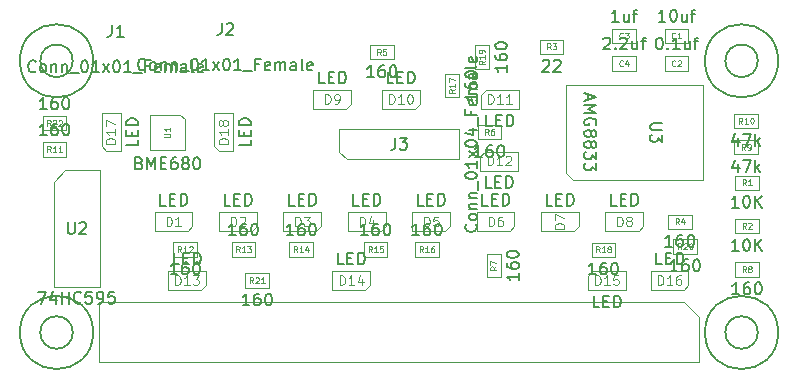
<source format=gbr>
G04 #@! TF.GenerationSoftware,KiCad,Pcbnew,(5.1.10-1-10_14)*
G04 #@! TF.CreationDate,2021-06-08T22:44:31-04:00*
G04 #@! TF.ProjectId,tr109-sensorboard,74723130-392d-4736-956e-736f72626f61,3*
G04 #@! TF.SameCoordinates,Original*
G04 #@! TF.FileFunction,Other,Fab,Top*
%FSLAX46Y46*%
G04 Gerber Fmt 4.6, Leading zero omitted, Abs format (unit mm)*
G04 Created by KiCad (PCBNEW (5.1.10-1-10_14)) date 2021-06-08 22:44:31*
%MOMM*%
%LPD*%
G01*
G04 APERTURE LIST*
%ADD10C,0.100000*%
%ADD11C,0.150000*%
%ADD12C,0.050000*%
%ADD13C,0.080000*%
%ADD14C,0.120000*%
G04 APERTURE END LIST*
D10*
X157184000Y-119320000D02*
X158454000Y-120590000D01*
X107654000Y-119320000D02*
X157184000Y-119320000D01*
X107654000Y-124400000D02*
X107654000Y-119320000D01*
X158454000Y-124400000D02*
X107654000Y-124400000D01*
X158454000Y-120590000D02*
X158454000Y-124400000D01*
X127984000Y-106553000D02*
X127984000Y-104648000D01*
X127984000Y-104648000D02*
X138144000Y-104648000D01*
X138144000Y-104648000D02*
X138144000Y-107188000D01*
X138144000Y-107188000D02*
X128619000Y-107188000D01*
X128619000Y-107188000D02*
X127984000Y-106553000D01*
X114549100Y-103424500D02*
X111949100Y-103424500D01*
X114949100Y-103824500D02*
X114949100Y-106424500D01*
X114549100Y-103424500D02*
X114949100Y-103824500D01*
X111949100Y-103424500D02*
X111949100Y-106424500D01*
X114949100Y-106424500D02*
X111949100Y-106424500D01*
X102890000Y-103550000D02*
X104890000Y-103550000D01*
X102890000Y-104750000D02*
X102890000Y-103550000D01*
X104890000Y-104750000D02*
X102890000Y-104750000D01*
X104890000Y-103550000D02*
X104890000Y-104750000D01*
X122040000Y-118060000D02*
X120040000Y-118060000D01*
X122040000Y-116860000D02*
X122040000Y-118060000D01*
X120040000Y-116860000D02*
X122040000Y-116860000D01*
X120040000Y-118060000D02*
X120040000Y-116860000D01*
X156289500Y-115179400D02*
X156289500Y-113979400D01*
X156289500Y-113979400D02*
X158289500Y-113979400D01*
X158289500Y-113979400D02*
X158289500Y-115179400D01*
X158289500Y-115179400D02*
X156289500Y-115179400D01*
X140681000Y-99539300D02*
X139481000Y-99539300D01*
X139481000Y-99539300D02*
X139481000Y-97539300D01*
X139481000Y-97539300D02*
X140681000Y-97539300D01*
X140681000Y-97539300D02*
X140681000Y-99539300D01*
X149355300Y-115446100D02*
X149355300Y-114246100D01*
X149355300Y-114246100D02*
X151355300Y-114246100D01*
X151355300Y-114246100D02*
X151355300Y-115446100D01*
X151355300Y-115446100D02*
X149355300Y-115446100D01*
X138141000Y-101965000D02*
X136941000Y-101965000D01*
X136941000Y-101965000D02*
X136941000Y-99965000D01*
X136941000Y-99965000D02*
X138141000Y-99965000D01*
X138141000Y-99965000D02*
X138141000Y-101965000D01*
X136420000Y-114233400D02*
X136420000Y-115433400D01*
X136420000Y-115433400D02*
X134420000Y-115433400D01*
X134420000Y-115433400D02*
X134420000Y-114233400D01*
X134420000Y-114233400D02*
X136420000Y-114233400D01*
X132076700Y-114233400D02*
X132076700Y-115433400D01*
X132076700Y-115433400D02*
X130076700Y-115433400D01*
X130076700Y-115433400D02*
X130076700Y-114233400D01*
X130076700Y-114233400D02*
X132076700Y-114233400D01*
X125777500Y-114233400D02*
X125777500Y-115433400D01*
X125777500Y-115433400D02*
X123777500Y-115433400D01*
X123777500Y-115433400D02*
X123777500Y-114233400D01*
X123777500Y-114233400D02*
X125777500Y-114233400D01*
X120875300Y-114233400D02*
X120875300Y-115433400D01*
X120875300Y-115433400D02*
X118875300Y-115433400D01*
X118875300Y-115433400D02*
X118875300Y-114233400D01*
X118875300Y-114233400D02*
X120875300Y-114233400D01*
X113950000Y-115433400D02*
X113950000Y-114233400D01*
X113950000Y-114233400D02*
X115950000Y-114233400D01*
X115950000Y-114233400D02*
X115950000Y-115433400D01*
X115950000Y-115433400D02*
X113950000Y-115433400D01*
X104890000Y-105770000D02*
X104890000Y-106970000D01*
X104890000Y-106970000D02*
X102890000Y-106970000D01*
X102890000Y-106970000D02*
X102890000Y-105770000D01*
X102890000Y-105770000D02*
X104890000Y-105770000D01*
X161446940Y-104549500D02*
X161446940Y-103349500D01*
X161446940Y-103349500D02*
X163446940Y-103349500D01*
X163446940Y-103349500D02*
X163446940Y-104549500D01*
X163446940Y-104549500D02*
X161446940Y-104549500D01*
X161446940Y-106784700D02*
X161446940Y-105584700D01*
X161446940Y-105584700D02*
X163446940Y-105584700D01*
X163446940Y-105584700D02*
X163446940Y-106784700D01*
X163446940Y-106784700D02*
X161446940Y-106784700D01*
X161509200Y-117122500D02*
X161509200Y-115922500D01*
X161509200Y-115922500D02*
X163509200Y-115922500D01*
X163509200Y-115922500D02*
X163509200Y-117122500D01*
X163509200Y-117122500D02*
X161509200Y-117122500D01*
X141671600Y-117191060D02*
X140471600Y-117191060D01*
X140471600Y-117191060D02*
X140471600Y-115191060D01*
X140471600Y-115191060D02*
X141671600Y-115191060D01*
X141671600Y-115191060D02*
X141671600Y-117191060D01*
X139716000Y-105502000D02*
X139716000Y-104302000D01*
X139716000Y-104302000D02*
X141716000Y-104302000D01*
X141716000Y-104302000D02*
X141716000Y-105502000D01*
X141716000Y-105502000D02*
X139716000Y-105502000D01*
X130597400Y-98745600D02*
X130597400Y-97545600D01*
X130597400Y-97545600D02*
X132597400Y-97545600D01*
X132597400Y-97545600D02*
X132597400Y-98745600D01*
X132597400Y-98745600D02*
X130597400Y-98745600D01*
X155832300Y-113083900D02*
X155832300Y-111883900D01*
X155832300Y-111883900D02*
X157832300Y-111883900D01*
X157832300Y-111883900D02*
X157832300Y-113083900D01*
X157832300Y-113083900D02*
X155832300Y-113083900D01*
X144973800Y-98263000D02*
X144973800Y-97063000D01*
X144973800Y-97063000D02*
X146973800Y-97063000D01*
X146973800Y-97063000D02*
X146973800Y-98263000D01*
X146973800Y-98263000D02*
X144973800Y-98263000D01*
X161509200Y-113452200D02*
X161509200Y-112252200D01*
X161509200Y-112252200D02*
X163509200Y-112252200D01*
X163509200Y-112252200D02*
X163509200Y-113452200D01*
X163509200Y-113452200D02*
X161509200Y-113452200D01*
X161509200Y-109781900D02*
X161509200Y-108581900D01*
X161509200Y-108581900D02*
X163509200Y-108581900D01*
X163509200Y-108581900D02*
X163509200Y-109781900D01*
X163509200Y-109781900D02*
X161509200Y-109781900D01*
X117411600Y-103302000D02*
X117411600Y-106102000D01*
X117411600Y-106102000D02*
X117811600Y-106502000D01*
X117811600Y-106502000D02*
X119011600Y-106502000D01*
X119011600Y-106502000D02*
X119011600Y-103302000D01*
X119011600Y-103302000D02*
X117411600Y-103302000D01*
X107886600Y-103302000D02*
X107886600Y-106102000D01*
X107886600Y-106102000D02*
X108286600Y-106502000D01*
X108286600Y-106502000D02*
X109486600Y-106502000D01*
X109486600Y-106502000D02*
X109486600Y-103302000D01*
X109486600Y-103302000D02*
X107886600Y-103302000D01*
X103815600Y-109080400D02*
X104790600Y-108105400D01*
X103815600Y-118005400D02*
X103815600Y-109080400D01*
X107715600Y-118005400D02*
X103815600Y-118005400D01*
X107715600Y-108105400D02*
X107715600Y-118005400D01*
X104790600Y-108105400D02*
X107715600Y-108105400D01*
X153095200Y-96138440D02*
X153095200Y-97338440D01*
X153095200Y-97338440D02*
X151095200Y-97338440D01*
X151095200Y-97338440D02*
X151095200Y-96138440D01*
X151095200Y-96138440D02*
X153095200Y-96138440D01*
X154353460Y-118272460D02*
X157153460Y-118272460D01*
X157153460Y-118272460D02*
X157553460Y-117872460D01*
X157553460Y-117872460D02*
X157553460Y-116672460D01*
X157553460Y-116672460D02*
X154353460Y-116672460D01*
X154353460Y-116672460D02*
X154353460Y-118272460D01*
X152252480Y-116672460D02*
X149452480Y-116672460D01*
X149452480Y-116672460D02*
X149052480Y-117072460D01*
X149052480Y-117072460D02*
X149052480Y-118272460D01*
X149052480Y-118272460D02*
X152252480Y-118272460D01*
X152252480Y-118272460D02*
X152252480Y-116672460D01*
X150533300Y-111683900D02*
X150533300Y-113283900D01*
X153733300Y-111683900D02*
X150533300Y-111683900D01*
X153733300Y-112883900D02*
X153733300Y-111683900D01*
X153333300Y-113283900D02*
X153733300Y-112883900D01*
X150533300Y-113283900D02*
X153333300Y-113283900D01*
X145079552Y-111683900D02*
X145079552Y-113283900D01*
X148279552Y-111683900D02*
X145079552Y-111683900D01*
X148279552Y-112883900D02*
X148279552Y-111683900D01*
X147879552Y-113283900D02*
X148279552Y-112883900D01*
X145079552Y-113283900D02*
X147879552Y-113283900D01*
X139625810Y-111683900D02*
X139625810Y-113283900D01*
X142825810Y-111683900D02*
X139625810Y-111683900D01*
X142825810Y-112883900D02*
X142825810Y-111683900D01*
X142425810Y-113283900D02*
X142825810Y-112883900D01*
X139625810Y-113283900D02*
X142425810Y-113283900D01*
X134172068Y-111683900D02*
X134172068Y-113283900D01*
X137372068Y-111683900D02*
X134172068Y-111683900D01*
X137372068Y-112883900D02*
X137372068Y-111683900D01*
X136972068Y-113283900D02*
X137372068Y-112883900D01*
X134172068Y-113283900D02*
X136972068Y-113283900D01*
X128718326Y-111683900D02*
X128718326Y-113283900D01*
X131918326Y-111683900D02*
X128718326Y-111683900D01*
X131918326Y-112883900D02*
X131918326Y-111683900D01*
X131518326Y-113283900D02*
X131918326Y-112883900D01*
X128718326Y-113283900D02*
X131518326Y-113283900D01*
X123264584Y-111683900D02*
X123264584Y-113283900D01*
X126464584Y-111683900D02*
X123264584Y-111683900D01*
X126464584Y-112883900D02*
X126464584Y-111683900D01*
X126064584Y-113283900D02*
X126464584Y-112883900D01*
X123264584Y-113283900D02*
X126064584Y-113283900D01*
X117810842Y-111683900D02*
X117810842Y-113283900D01*
X121010842Y-111683900D02*
X117810842Y-111683900D01*
X121010842Y-112883900D02*
X121010842Y-111683900D01*
X120610842Y-113283900D02*
X121010842Y-112883900D01*
X117810842Y-113283900D02*
X120610842Y-113283900D01*
X112357100Y-111683900D02*
X112357100Y-113283900D01*
X115557100Y-111683900D02*
X112357100Y-111683900D01*
X115557100Y-112883900D02*
X115557100Y-111683900D01*
X115157100Y-113283900D02*
X115557100Y-112883900D01*
X112357100Y-113283900D02*
X115157100Y-113283900D01*
X127398980Y-118272460D02*
X130198980Y-118272460D01*
X130198980Y-118272460D02*
X130598980Y-117872460D01*
X130598980Y-117872460D02*
X130598980Y-116672460D01*
X130598980Y-116672460D02*
X127398980Y-116672460D01*
X127398980Y-116672460D02*
X127398980Y-118272460D01*
X113492480Y-118272460D02*
X116292480Y-118272460D01*
X116292480Y-118272460D02*
X116692480Y-117872460D01*
X116692480Y-117872460D02*
X116692480Y-116672460D01*
X116692480Y-116672460D02*
X113492480Y-116672460D01*
X113492480Y-116672460D02*
X113492480Y-118272460D01*
X143131340Y-108158180D02*
X143131340Y-106558180D01*
X139931340Y-108158180D02*
X143131340Y-108158180D01*
X139931340Y-106958180D02*
X139931340Y-108158180D01*
X140331340Y-106558180D02*
X139931340Y-106958180D01*
X143131340Y-106558180D02*
X140331340Y-106558180D01*
X143176120Y-102933400D02*
X143176120Y-101333400D01*
X139976120Y-102933400D02*
X143176120Y-102933400D01*
X139976120Y-101733400D02*
X139976120Y-102933400D01*
X140376120Y-101333400D02*
X139976120Y-101733400D01*
X143176120Y-101333400D02*
X140376120Y-101333400D01*
X131597600Y-101333400D02*
X131597600Y-102933400D01*
X134797600Y-101333400D02*
X131597600Y-101333400D01*
X134797600Y-102533400D02*
X134797600Y-101333400D01*
X134397600Y-102933400D02*
X134797600Y-102533400D01*
X131597600Y-102933400D02*
X134397600Y-102933400D01*
X125793700Y-101333400D02*
X125793700Y-102933400D01*
X128993700Y-101333400D02*
X125793700Y-101333400D01*
X128993700Y-102533400D02*
X128993700Y-101333400D01*
X128593700Y-102933400D02*
X128993700Y-102533400D01*
X125793700Y-102933400D02*
X128593700Y-102933400D01*
X153095200Y-98485400D02*
X153095200Y-99685400D01*
X153095200Y-99685400D02*
X151095200Y-99685400D01*
X151095200Y-99685400D02*
X151095200Y-98485400D01*
X151095200Y-98485400D02*
X153095200Y-98485400D01*
X157540200Y-98485400D02*
X157540200Y-99685400D01*
X157540200Y-99685400D02*
X155540200Y-99685400D01*
X155540200Y-99685400D02*
X155540200Y-98485400D01*
X155540200Y-98485400D02*
X157540200Y-98485400D01*
X157540200Y-96138440D02*
X157540200Y-97338440D01*
X157540200Y-97338440D02*
X155540200Y-97338440D01*
X155540200Y-97338440D02*
X155540200Y-96138440D01*
X155540200Y-96138440D02*
X157540200Y-96138440D01*
X147209600Y-108327400D02*
X147209600Y-100927400D01*
X147809600Y-108927400D02*
X158809600Y-108927400D01*
X147209600Y-108327400D02*
X147809600Y-108927400D01*
X158809600Y-108927400D02*
X158809600Y-100927400D01*
X147209600Y-100927400D02*
X158809600Y-100927400D01*
D11*
X165154000Y-98860000D02*
G75*
G03*
X165154000Y-98860000I-3100000J0D01*
G01*
X163429000Y-98860000D02*
G75*
G03*
X163429000Y-98860000I-1375000J0D01*
G01*
X107154000Y-121860000D02*
G75*
G03*
X107154000Y-121860000I-3100000J0D01*
G01*
X105429000Y-121860000D02*
G75*
G03*
X105429000Y-121860000I-1375000J0D01*
G01*
X107154000Y-98860000D02*
G75*
G03*
X107154000Y-98860000I-3100000J0D01*
G01*
X105429000Y-98860000D02*
G75*
G03*
X105429000Y-98860000I-1375000J0D01*
G01*
X165154000Y-121860000D02*
G75*
G03*
X165154000Y-121860000I-3100000J0D01*
G01*
X163429000Y-121860000D02*
G75*
G03*
X163429000Y-121860000I-1375000J0D01*
G01*
X139561142Y-112703714D02*
X139608761Y-112751333D01*
X139656380Y-112894190D01*
X139656380Y-112989428D01*
X139608761Y-113132285D01*
X139513523Y-113227523D01*
X139418285Y-113275142D01*
X139227809Y-113322761D01*
X139084952Y-113322761D01*
X138894476Y-113275142D01*
X138799238Y-113227523D01*
X138704000Y-113132285D01*
X138656380Y-112989428D01*
X138656380Y-112894190D01*
X138704000Y-112751333D01*
X138751619Y-112703714D01*
X139656380Y-112132285D02*
X139608761Y-112227523D01*
X139561142Y-112275142D01*
X139465904Y-112322761D01*
X139180190Y-112322761D01*
X139084952Y-112275142D01*
X139037333Y-112227523D01*
X138989714Y-112132285D01*
X138989714Y-111989428D01*
X139037333Y-111894190D01*
X139084952Y-111846571D01*
X139180190Y-111798952D01*
X139465904Y-111798952D01*
X139561142Y-111846571D01*
X139608761Y-111894190D01*
X139656380Y-111989428D01*
X139656380Y-112132285D01*
X138989714Y-111370380D02*
X139656380Y-111370380D01*
X139084952Y-111370380D02*
X139037333Y-111322761D01*
X138989714Y-111227523D01*
X138989714Y-111084666D01*
X139037333Y-110989428D01*
X139132571Y-110941809D01*
X139656380Y-110941809D01*
X138989714Y-110465619D02*
X139656380Y-110465619D01*
X139084952Y-110465619D02*
X139037333Y-110418000D01*
X138989714Y-110322761D01*
X138989714Y-110179904D01*
X139037333Y-110084666D01*
X139132571Y-110037047D01*
X139656380Y-110037047D01*
X139751619Y-109798952D02*
X139751619Y-109037047D01*
X138656380Y-108608476D02*
X138656380Y-108513238D01*
X138704000Y-108418000D01*
X138751619Y-108370380D01*
X138846857Y-108322761D01*
X139037333Y-108275142D01*
X139275428Y-108275142D01*
X139465904Y-108322761D01*
X139561142Y-108370380D01*
X139608761Y-108418000D01*
X139656380Y-108513238D01*
X139656380Y-108608476D01*
X139608761Y-108703714D01*
X139561142Y-108751333D01*
X139465904Y-108798952D01*
X139275428Y-108846571D01*
X139037333Y-108846571D01*
X138846857Y-108798952D01*
X138751619Y-108751333D01*
X138704000Y-108703714D01*
X138656380Y-108608476D01*
X139656380Y-107322761D02*
X139656380Y-107894190D01*
X139656380Y-107608476D02*
X138656380Y-107608476D01*
X138799238Y-107703714D01*
X138894476Y-107798952D01*
X138942095Y-107894190D01*
X139656380Y-106989428D02*
X138989714Y-106465619D01*
X138989714Y-106989428D02*
X139656380Y-106465619D01*
X138656380Y-105894190D02*
X138656380Y-105798952D01*
X138704000Y-105703714D01*
X138751619Y-105656095D01*
X138846857Y-105608476D01*
X139037333Y-105560857D01*
X139275428Y-105560857D01*
X139465904Y-105608476D01*
X139561142Y-105656095D01*
X139608761Y-105703714D01*
X139656380Y-105798952D01*
X139656380Y-105894190D01*
X139608761Y-105989428D01*
X139561142Y-106037047D01*
X139465904Y-106084666D01*
X139275428Y-106132285D01*
X139037333Y-106132285D01*
X138846857Y-106084666D01*
X138751619Y-106037047D01*
X138704000Y-105989428D01*
X138656380Y-105894190D01*
X138989714Y-104703714D02*
X139656380Y-104703714D01*
X138608761Y-104941809D02*
X139323047Y-105179904D01*
X139323047Y-104560857D01*
X139751619Y-104418000D02*
X139751619Y-103656095D01*
X139132571Y-103084666D02*
X139132571Y-103418000D01*
X139656380Y-103418000D02*
X138656380Y-103418000D01*
X138656380Y-102941809D01*
X139608761Y-102179904D02*
X139656380Y-102275142D01*
X139656380Y-102465619D01*
X139608761Y-102560857D01*
X139513523Y-102608476D01*
X139132571Y-102608476D01*
X139037333Y-102560857D01*
X138989714Y-102465619D01*
X138989714Y-102275142D01*
X139037333Y-102179904D01*
X139132571Y-102132285D01*
X139227809Y-102132285D01*
X139323047Y-102608476D01*
X139656380Y-101703714D02*
X138989714Y-101703714D01*
X139084952Y-101703714D02*
X139037333Y-101656095D01*
X138989714Y-101560857D01*
X138989714Y-101418000D01*
X139037333Y-101322761D01*
X139132571Y-101275142D01*
X139656380Y-101275142D01*
X139132571Y-101275142D02*
X139037333Y-101227523D01*
X138989714Y-101132285D01*
X138989714Y-100989428D01*
X139037333Y-100894190D01*
X139132571Y-100846571D01*
X139656380Y-100846571D01*
X139656380Y-99941809D02*
X139132571Y-99941809D01*
X139037333Y-99989428D01*
X138989714Y-100084666D01*
X138989714Y-100275142D01*
X139037333Y-100370380D01*
X139608761Y-99941809D02*
X139656380Y-100037047D01*
X139656380Y-100275142D01*
X139608761Y-100370380D01*
X139513523Y-100418000D01*
X139418285Y-100418000D01*
X139323047Y-100370380D01*
X139275428Y-100275142D01*
X139275428Y-100037047D01*
X139227809Y-99941809D01*
X139656380Y-99322761D02*
X139608761Y-99418000D01*
X139513523Y-99465619D01*
X138656380Y-99465619D01*
X139608761Y-98560857D02*
X139656380Y-98656095D01*
X139656380Y-98846571D01*
X139608761Y-98941809D01*
X139513523Y-98989428D01*
X139132571Y-98989428D01*
X139037333Y-98941809D01*
X138989714Y-98846571D01*
X138989714Y-98656095D01*
X139037333Y-98560857D01*
X139132571Y-98513238D01*
X139227809Y-98513238D01*
X139323047Y-98989428D01*
X132730666Y-105370380D02*
X132730666Y-106084666D01*
X132683047Y-106227523D01*
X132587809Y-106322761D01*
X132444952Y-106370380D01*
X132349714Y-106370380D01*
X133111619Y-105370380D02*
X133730666Y-105370380D01*
X133397333Y-105751333D01*
X133540190Y-105751333D01*
X133635428Y-105798952D01*
X133683047Y-105846571D01*
X133730666Y-105941809D01*
X133730666Y-106179904D01*
X133683047Y-106275142D01*
X133635428Y-106322761D01*
X133540190Y-106370380D01*
X133254476Y-106370380D01*
X133159238Y-106322761D01*
X133111619Y-106275142D01*
X111578285Y-99570142D02*
X111530666Y-99617761D01*
X111387809Y-99665380D01*
X111292571Y-99665380D01*
X111149714Y-99617761D01*
X111054476Y-99522523D01*
X111006857Y-99427285D01*
X110959238Y-99236809D01*
X110959238Y-99093952D01*
X111006857Y-98903476D01*
X111054476Y-98808238D01*
X111149714Y-98713000D01*
X111292571Y-98665380D01*
X111387809Y-98665380D01*
X111530666Y-98713000D01*
X111578285Y-98760619D01*
X112149714Y-99665380D02*
X112054476Y-99617761D01*
X112006857Y-99570142D01*
X111959238Y-99474904D01*
X111959238Y-99189190D01*
X112006857Y-99093952D01*
X112054476Y-99046333D01*
X112149714Y-98998714D01*
X112292571Y-98998714D01*
X112387809Y-99046333D01*
X112435428Y-99093952D01*
X112483047Y-99189190D01*
X112483047Y-99474904D01*
X112435428Y-99570142D01*
X112387809Y-99617761D01*
X112292571Y-99665380D01*
X112149714Y-99665380D01*
X112911619Y-98998714D02*
X112911619Y-99665380D01*
X112911619Y-99093952D02*
X112959238Y-99046333D01*
X113054476Y-98998714D01*
X113197333Y-98998714D01*
X113292571Y-99046333D01*
X113340190Y-99141571D01*
X113340190Y-99665380D01*
X113816380Y-98998714D02*
X113816380Y-99665380D01*
X113816380Y-99093952D02*
X113864000Y-99046333D01*
X113959238Y-98998714D01*
X114102095Y-98998714D01*
X114197333Y-99046333D01*
X114244952Y-99141571D01*
X114244952Y-99665380D01*
X114483047Y-99760619D02*
X115244952Y-99760619D01*
X115673523Y-98665380D02*
X115768761Y-98665380D01*
X115864000Y-98713000D01*
X115911619Y-98760619D01*
X115959238Y-98855857D01*
X116006857Y-99046333D01*
X116006857Y-99284428D01*
X115959238Y-99474904D01*
X115911619Y-99570142D01*
X115864000Y-99617761D01*
X115768761Y-99665380D01*
X115673523Y-99665380D01*
X115578285Y-99617761D01*
X115530666Y-99570142D01*
X115483047Y-99474904D01*
X115435428Y-99284428D01*
X115435428Y-99046333D01*
X115483047Y-98855857D01*
X115530666Y-98760619D01*
X115578285Y-98713000D01*
X115673523Y-98665380D01*
X116959238Y-99665380D02*
X116387809Y-99665380D01*
X116673523Y-99665380D02*
X116673523Y-98665380D01*
X116578285Y-98808238D01*
X116483047Y-98903476D01*
X116387809Y-98951095D01*
X117292571Y-99665380D02*
X117816380Y-98998714D01*
X117292571Y-98998714D02*
X117816380Y-99665380D01*
X118387809Y-98665380D02*
X118483047Y-98665380D01*
X118578285Y-98713000D01*
X118625904Y-98760619D01*
X118673523Y-98855857D01*
X118721142Y-99046333D01*
X118721142Y-99284428D01*
X118673523Y-99474904D01*
X118625904Y-99570142D01*
X118578285Y-99617761D01*
X118483047Y-99665380D01*
X118387809Y-99665380D01*
X118292571Y-99617761D01*
X118244952Y-99570142D01*
X118197333Y-99474904D01*
X118149714Y-99284428D01*
X118149714Y-99046333D01*
X118197333Y-98855857D01*
X118244952Y-98760619D01*
X118292571Y-98713000D01*
X118387809Y-98665380D01*
X119673523Y-99665380D02*
X119102095Y-99665380D01*
X119387809Y-99665380D02*
X119387809Y-98665380D01*
X119292571Y-98808238D01*
X119197333Y-98903476D01*
X119102095Y-98951095D01*
X119864000Y-99760619D02*
X120625904Y-99760619D01*
X121197333Y-99141571D02*
X120864000Y-99141571D01*
X120864000Y-99665380D02*
X120864000Y-98665380D01*
X121340190Y-98665380D01*
X122102095Y-99617761D02*
X122006857Y-99665380D01*
X121816380Y-99665380D01*
X121721142Y-99617761D01*
X121673523Y-99522523D01*
X121673523Y-99141571D01*
X121721142Y-99046333D01*
X121816380Y-98998714D01*
X122006857Y-98998714D01*
X122102095Y-99046333D01*
X122149714Y-99141571D01*
X122149714Y-99236809D01*
X121673523Y-99332047D01*
X122578285Y-99665380D02*
X122578285Y-98998714D01*
X122578285Y-99093952D02*
X122625904Y-99046333D01*
X122721142Y-98998714D01*
X122864000Y-98998714D01*
X122959238Y-99046333D01*
X123006857Y-99141571D01*
X123006857Y-99665380D01*
X123006857Y-99141571D02*
X123054476Y-99046333D01*
X123149714Y-98998714D01*
X123292571Y-98998714D01*
X123387809Y-99046333D01*
X123435428Y-99141571D01*
X123435428Y-99665380D01*
X124340190Y-99665380D02*
X124340190Y-99141571D01*
X124292571Y-99046333D01*
X124197333Y-98998714D01*
X124006857Y-98998714D01*
X123911619Y-99046333D01*
X124340190Y-99617761D02*
X124244952Y-99665380D01*
X124006857Y-99665380D01*
X123911619Y-99617761D01*
X123864000Y-99522523D01*
X123864000Y-99427285D01*
X123911619Y-99332047D01*
X124006857Y-99284428D01*
X124244952Y-99284428D01*
X124340190Y-99236809D01*
X124959238Y-99665380D02*
X124864000Y-99617761D01*
X124816380Y-99522523D01*
X124816380Y-98665380D01*
X125721142Y-99617761D02*
X125625904Y-99665380D01*
X125435428Y-99665380D01*
X125340190Y-99617761D01*
X125292571Y-99522523D01*
X125292571Y-99141571D01*
X125340190Y-99046333D01*
X125435428Y-98998714D01*
X125625904Y-98998714D01*
X125721142Y-99046333D01*
X125768761Y-99141571D01*
X125768761Y-99236809D01*
X125292571Y-99332047D01*
X118030666Y-95665380D02*
X118030666Y-96379666D01*
X117983047Y-96522523D01*
X117887809Y-96617761D01*
X117744952Y-96665380D01*
X117649714Y-96665380D01*
X118459238Y-95760619D02*
X118506857Y-95713000D01*
X118602095Y-95665380D01*
X118840190Y-95665380D01*
X118935428Y-95713000D01*
X118983047Y-95760619D01*
X119030666Y-95855857D01*
X119030666Y-95951095D01*
X118983047Y-96093952D01*
X118411619Y-96665380D01*
X119030666Y-96665380D01*
X102281885Y-99735242D02*
X102234266Y-99782861D01*
X102091409Y-99830480D01*
X101996171Y-99830480D01*
X101853314Y-99782861D01*
X101758076Y-99687623D01*
X101710457Y-99592385D01*
X101662838Y-99401909D01*
X101662838Y-99259052D01*
X101710457Y-99068576D01*
X101758076Y-98973338D01*
X101853314Y-98878100D01*
X101996171Y-98830480D01*
X102091409Y-98830480D01*
X102234266Y-98878100D01*
X102281885Y-98925719D01*
X102853314Y-99830480D02*
X102758076Y-99782861D01*
X102710457Y-99735242D01*
X102662838Y-99640004D01*
X102662838Y-99354290D01*
X102710457Y-99259052D01*
X102758076Y-99211433D01*
X102853314Y-99163814D01*
X102996171Y-99163814D01*
X103091409Y-99211433D01*
X103139028Y-99259052D01*
X103186647Y-99354290D01*
X103186647Y-99640004D01*
X103139028Y-99735242D01*
X103091409Y-99782861D01*
X102996171Y-99830480D01*
X102853314Y-99830480D01*
X103615219Y-99163814D02*
X103615219Y-99830480D01*
X103615219Y-99259052D02*
X103662838Y-99211433D01*
X103758076Y-99163814D01*
X103900933Y-99163814D01*
X103996171Y-99211433D01*
X104043790Y-99306671D01*
X104043790Y-99830480D01*
X104519980Y-99163814D02*
X104519980Y-99830480D01*
X104519980Y-99259052D02*
X104567600Y-99211433D01*
X104662838Y-99163814D01*
X104805695Y-99163814D01*
X104900933Y-99211433D01*
X104948552Y-99306671D01*
X104948552Y-99830480D01*
X105186647Y-99925719D02*
X105948552Y-99925719D01*
X106377123Y-98830480D02*
X106472361Y-98830480D01*
X106567600Y-98878100D01*
X106615219Y-98925719D01*
X106662838Y-99020957D01*
X106710457Y-99211433D01*
X106710457Y-99449528D01*
X106662838Y-99640004D01*
X106615219Y-99735242D01*
X106567600Y-99782861D01*
X106472361Y-99830480D01*
X106377123Y-99830480D01*
X106281885Y-99782861D01*
X106234266Y-99735242D01*
X106186647Y-99640004D01*
X106139028Y-99449528D01*
X106139028Y-99211433D01*
X106186647Y-99020957D01*
X106234266Y-98925719D01*
X106281885Y-98878100D01*
X106377123Y-98830480D01*
X107662838Y-99830480D02*
X107091409Y-99830480D01*
X107377123Y-99830480D02*
X107377123Y-98830480D01*
X107281885Y-98973338D01*
X107186647Y-99068576D01*
X107091409Y-99116195D01*
X107996171Y-99830480D02*
X108519980Y-99163814D01*
X107996171Y-99163814D02*
X108519980Y-99830480D01*
X109091409Y-98830480D02*
X109186647Y-98830480D01*
X109281885Y-98878100D01*
X109329504Y-98925719D01*
X109377123Y-99020957D01*
X109424742Y-99211433D01*
X109424742Y-99449528D01*
X109377123Y-99640004D01*
X109329504Y-99735242D01*
X109281885Y-99782861D01*
X109186647Y-99830480D01*
X109091409Y-99830480D01*
X108996171Y-99782861D01*
X108948552Y-99735242D01*
X108900933Y-99640004D01*
X108853314Y-99449528D01*
X108853314Y-99211433D01*
X108900933Y-99020957D01*
X108948552Y-98925719D01*
X108996171Y-98878100D01*
X109091409Y-98830480D01*
X110377123Y-99830480D02*
X109805695Y-99830480D01*
X110091409Y-99830480D02*
X110091409Y-98830480D01*
X109996171Y-98973338D01*
X109900933Y-99068576D01*
X109805695Y-99116195D01*
X110567600Y-99925719D02*
X111329504Y-99925719D01*
X111900933Y-99306671D02*
X111567600Y-99306671D01*
X111567600Y-99830480D02*
X111567600Y-98830480D01*
X112043790Y-98830480D01*
X112805695Y-99782861D02*
X112710457Y-99830480D01*
X112519980Y-99830480D01*
X112424742Y-99782861D01*
X112377123Y-99687623D01*
X112377123Y-99306671D01*
X112424742Y-99211433D01*
X112519980Y-99163814D01*
X112710457Y-99163814D01*
X112805695Y-99211433D01*
X112853314Y-99306671D01*
X112853314Y-99401909D01*
X112377123Y-99497147D01*
X113281885Y-99830480D02*
X113281885Y-99163814D01*
X113281885Y-99259052D02*
X113329504Y-99211433D01*
X113424742Y-99163814D01*
X113567600Y-99163814D01*
X113662838Y-99211433D01*
X113710457Y-99306671D01*
X113710457Y-99830480D01*
X113710457Y-99306671D02*
X113758076Y-99211433D01*
X113853314Y-99163814D01*
X113996171Y-99163814D01*
X114091409Y-99211433D01*
X114139028Y-99306671D01*
X114139028Y-99830480D01*
X115043790Y-99830480D02*
X115043790Y-99306671D01*
X114996171Y-99211433D01*
X114900933Y-99163814D01*
X114710457Y-99163814D01*
X114615219Y-99211433D01*
X115043790Y-99782861D02*
X114948552Y-99830480D01*
X114710457Y-99830480D01*
X114615219Y-99782861D01*
X114567600Y-99687623D01*
X114567600Y-99592385D01*
X114615219Y-99497147D01*
X114710457Y-99449528D01*
X114948552Y-99449528D01*
X115043790Y-99401909D01*
X115662838Y-99830480D02*
X115567600Y-99782861D01*
X115519980Y-99687623D01*
X115519980Y-98830480D01*
X116424742Y-99782861D02*
X116329504Y-99830480D01*
X116139028Y-99830480D01*
X116043790Y-99782861D01*
X115996171Y-99687623D01*
X115996171Y-99306671D01*
X116043790Y-99211433D01*
X116139028Y-99163814D01*
X116329504Y-99163814D01*
X116424742Y-99211433D01*
X116472361Y-99306671D01*
X116472361Y-99401909D01*
X115996171Y-99497147D01*
X108734266Y-95830480D02*
X108734266Y-96544766D01*
X108686647Y-96687623D01*
X108591409Y-96782861D01*
X108448552Y-96830480D01*
X108353314Y-96830480D01*
X109734266Y-96830480D02*
X109162838Y-96830480D01*
X109448552Y-96830480D02*
X109448552Y-95830480D01*
X109353314Y-95973338D01*
X109258076Y-96068576D01*
X109162838Y-96116195D01*
X111068147Y-107520071D02*
X111211004Y-107567690D01*
X111258623Y-107615309D01*
X111306242Y-107710547D01*
X111306242Y-107853404D01*
X111258623Y-107948642D01*
X111211004Y-107996261D01*
X111115766Y-108043880D01*
X110734814Y-108043880D01*
X110734814Y-107043880D01*
X111068147Y-107043880D01*
X111163385Y-107091500D01*
X111211004Y-107139119D01*
X111258623Y-107234357D01*
X111258623Y-107329595D01*
X111211004Y-107424833D01*
X111163385Y-107472452D01*
X111068147Y-107520071D01*
X110734814Y-107520071D01*
X111734814Y-108043880D02*
X111734814Y-107043880D01*
X112068147Y-107758166D01*
X112401480Y-107043880D01*
X112401480Y-108043880D01*
X112877671Y-107520071D02*
X113211004Y-107520071D01*
X113353861Y-108043880D02*
X112877671Y-108043880D01*
X112877671Y-107043880D01*
X113353861Y-107043880D01*
X114211004Y-107043880D02*
X114020528Y-107043880D01*
X113925290Y-107091500D01*
X113877671Y-107139119D01*
X113782433Y-107281976D01*
X113734814Y-107472452D01*
X113734814Y-107853404D01*
X113782433Y-107948642D01*
X113830052Y-107996261D01*
X113925290Y-108043880D01*
X114115766Y-108043880D01*
X114211004Y-107996261D01*
X114258623Y-107948642D01*
X114306242Y-107853404D01*
X114306242Y-107615309D01*
X114258623Y-107520071D01*
X114211004Y-107472452D01*
X114115766Y-107424833D01*
X113925290Y-107424833D01*
X113830052Y-107472452D01*
X113782433Y-107520071D01*
X113734814Y-107615309D01*
X114877671Y-107472452D02*
X114782433Y-107424833D01*
X114734814Y-107377214D01*
X114687195Y-107281976D01*
X114687195Y-107234357D01*
X114734814Y-107139119D01*
X114782433Y-107091500D01*
X114877671Y-107043880D01*
X115068147Y-107043880D01*
X115163385Y-107091500D01*
X115211004Y-107139119D01*
X115258623Y-107234357D01*
X115258623Y-107281976D01*
X115211004Y-107377214D01*
X115163385Y-107424833D01*
X115068147Y-107472452D01*
X114877671Y-107472452D01*
X114782433Y-107520071D01*
X114734814Y-107567690D01*
X114687195Y-107662928D01*
X114687195Y-107853404D01*
X114734814Y-107948642D01*
X114782433Y-107996261D01*
X114877671Y-108043880D01*
X115068147Y-108043880D01*
X115163385Y-107996261D01*
X115211004Y-107948642D01*
X115258623Y-107853404D01*
X115258623Y-107662928D01*
X115211004Y-107567690D01*
X115163385Y-107520071D01*
X115068147Y-107472452D01*
X115877671Y-107043880D02*
X115972909Y-107043880D01*
X116068147Y-107091500D01*
X116115766Y-107139119D01*
X116163385Y-107234357D01*
X116211004Y-107424833D01*
X116211004Y-107662928D01*
X116163385Y-107853404D01*
X116115766Y-107948642D01*
X116068147Y-107996261D01*
X115972909Y-108043880D01*
X115877671Y-108043880D01*
X115782433Y-107996261D01*
X115734814Y-107948642D01*
X115687195Y-107853404D01*
X115639576Y-107662928D01*
X115639576Y-107424833D01*
X115687195Y-107234357D01*
X115734814Y-107139119D01*
X115782433Y-107091500D01*
X115877671Y-107043880D01*
D12*
X113175290Y-105305452D02*
X113580052Y-105305452D01*
X113627671Y-105281642D01*
X113651480Y-105257833D01*
X113675290Y-105210214D01*
X113675290Y-105114976D01*
X113651480Y-105067357D01*
X113627671Y-105043547D01*
X113580052Y-105019738D01*
X113175290Y-105019738D01*
X113675290Y-104519738D02*
X113675290Y-104805452D01*
X113675290Y-104662595D02*
X113175290Y-104662595D01*
X113246719Y-104710214D01*
X113294338Y-104757833D01*
X113318147Y-104805452D01*
D11*
X103223333Y-102952380D02*
X102651904Y-102952380D01*
X102937619Y-102952380D02*
X102937619Y-101952380D01*
X102842380Y-102095238D01*
X102747142Y-102190476D01*
X102651904Y-102238095D01*
X104080476Y-101952380D02*
X103890000Y-101952380D01*
X103794761Y-102000000D01*
X103747142Y-102047619D01*
X103651904Y-102190476D01*
X103604285Y-102380952D01*
X103604285Y-102761904D01*
X103651904Y-102857142D01*
X103699523Y-102904761D01*
X103794761Y-102952380D01*
X103985238Y-102952380D01*
X104080476Y-102904761D01*
X104128095Y-102857142D01*
X104175714Y-102761904D01*
X104175714Y-102523809D01*
X104128095Y-102428571D01*
X104080476Y-102380952D01*
X103985238Y-102333333D01*
X103794761Y-102333333D01*
X103699523Y-102380952D01*
X103651904Y-102428571D01*
X103604285Y-102523809D01*
X104794761Y-101952380D02*
X104890000Y-101952380D01*
X104985238Y-102000000D01*
X105032857Y-102047619D01*
X105080476Y-102142857D01*
X105128095Y-102333333D01*
X105128095Y-102571428D01*
X105080476Y-102761904D01*
X105032857Y-102857142D01*
X104985238Y-102904761D01*
X104890000Y-102952380D01*
X104794761Y-102952380D01*
X104699523Y-102904761D01*
X104651904Y-102857142D01*
X104604285Y-102761904D01*
X104556666Y-102571428D01*
X104556666Y-102333333D01*
X104604285Y-102142857D01*
X104651904Y-102047619D01*
X104699523Y-102000000D01*
X104794761Y-101952380D01*
D13*
X103568571Y-104376190D02*
X103401904Y-104138095D01*
X103282857Y-104376190D02*
X103282857Y-103876190D01*
X103473333Y-103876190D01*
X103520952Y-103900000D01*
X103544761Y-103923809D01*
X103568571Y-103971428D01*
X103568571Y-104042857D01*
X103544761Y-104090476D01*
X103520952Y-104114285D01*
X103473333Y-104138095D01*
X103282857Y-104138095D01*
X103759047Y-103923809D02*
X103782857Y-103900000D01*
X103830476Y-103876190D01*
X103949523Y-103876190D01*
X103997142Y-103900000D01*
X104020952Y-103923809D01*
X104044761Y-103971428D01*
X104044761Y-104019047D01*
X104020952Y-104090476D01*
X103735238Y-104376190D01*
X104044761Y-104376190D01*
X104235238Y-103923809D02*
X104259047Y-103900000D01*
X104306666Y-103876190D01*
X104425714Y-103876190D01*
X104473333Y-103900000D01*
X104497142Y-103923809D01*
X104520952Y-103971428D01*
X104520952Y-104019047D01*
X104497142Y-104090476D01*
X104211428Y-104376190D01*
X104520952Y-104376190D01*
D11*
X120373333Y-119562380D02*
X119801904Y-119562380D01*
X120087619Y-119562380D02*
X120087619Y-118562380D01*
X119992380Y-118705238D01*
X119897142Y-118800476D01*
X119801904Y-118848095D01*
X121230476Y-118562380D02*
X121040000Y-118562380D01*
X120944761Y-118610000D01*
X120897142Y-118657619D01*
X120801904Y-118800476D01*
X120754285Y-118990952D01*
X120754285Y-119371904D01*
X120801904Y-119467142D01*
X120849523Y-119514761D01*
X120944761Y-119562380D01*
X121135238Y-119562380D01*
X121230476Y-119514761D01*
X121278095Y-119467142D01*
X121325714Y-119371904D01*
X121325714Y-119133809D01*
X121278095Y-119038571D01*
X121230476Y-118990952D01*
X121135238Y-118943333D01*
X120944761Y-118943333D01*
X120849523Y-118990952D01*
X120801904Y-119038571D01*
X120754285Y-119133809D01*
X121944761Y-118562380D02*
X122040000Y-118562380D01*
X122135238Y-118610000D01*
X122182857Y-118657619D01*
X122230476Y-118752857D01*
X122278095Y-118943333D01*
X122278095Y-119181428D01*
X122230476Y-119371904D01*
X122182857Y-119467142D01*
X122135238Y-119514761D01*
X122040000Y-119562380D01*
X121944761Y-119562380D01*
X121849523Y-119514761D01*
X121801904Y-119467142D01*
X121754285Y-119371904D01*
X121706666Y-119181428D01*
X121706666Y-118943333D01*
X121754285Y-118752857D01*
X121801904Y-118657619D01*
X121849523Y-118610000D01*
X121944761Y-118562380D01*
D13*
X120718571Y-117686190D02*
X120551904Y-117448095D01*
X120432857Y-117686190D02*
X120432857Y-117186190D01*
X120623333Y-117186190D01*
X120670952Y-117210000D01*
X120694761Y-117233809D01*
X120718571Y-117281428D01*
X120718571Y-117352857D01*
X120694761Y-117400476D01*
X120670952Y-117424285D01*
X120623333Y-117448095D01*
X120432857Y-117448095D01*
X120909047Y-117233809D02*
X120932857Y-117210000D01*
X120980476Y-117186190D01*
X121099523Y-117186190D01*
X121147142Y-117210000D01*
X121170952Y-117233809D01*
X121194761Y-117281428D01*
X121194761Y-117329047D01*
X121170952Y-117400476D01*
X120885238Y-117686190D01*
X121194761Y-117686190D01*
X121670952Y-117686190D02*
X121385238Y-117686190D01*
X121528095Y-117686190D02*
X121528095Y-117186190D01*
X121480476Y-117257619D01*
X121432857Y-117305238D01*
X121385238Y-117329047D01*
D11*
X156622833Y-116681780D02*
X156051404Y-116681780D01*
X156337119Y-116681780D02*
X156337119Y-115681780D01*
X156241880Y-115824638D01*
X156146642Y-115919876D01*
X156051404Y-115967495D01*
X157479976Y-115681780D02*
X157289500Y-115681780D01*
X157194261Y-115729400D01*
X157146642Y-115777019D01*
X157051404Y-115919876D01*
X157003785Y-116110352D01*
X157003785Y-116491304D01*
X157051404Y-116586542D01*
X157099023Y-116634161D01*
X157194261Y-116681780D01*
X157384738Y-116681780D01*
X157479976Y-116634161D01*
X157527595Y-116586542D01*
X157575214Y-116491304D01*
X157575214Y-116253209D01*
X157527595Y-116157971D01*
X157479976Y-116110352D01*
X157384738Y-116062733D01*
X157194261Y-116062733D01*
X157099023Y-116110352D01*
X157051404Y-116157971D01*
X157003785Y-116253209D01*
X158194261Y-115681780D02*
X158289500Y-115681780D01*
X158384738Y-115729400D01*
X158432357Y-115777019D01*
X158479976Y-115872257D01*
X158527595Y-116062733D01*
X158527595Y-116300828D01*
X158479976Y-116491304D01*
X158432357Y-116586542D01*
X158384738Y-116634161D01*
X158289500Y-116681780D01*
X158194261Y-116681780D01*
X158099023Y-116634161D01*
X158051404Y-116586542D01*
X158003785Y-116491304D01*
X157956166Y-116300828D01*
X157956166Y-116062733D01*
X158003785Y-115872257D01*
X158051404Y-115777019D01*
X158099023Y-115729400D01*
X158194261Y-115681780D01*
D13*
X156968071Y-114805590D02*
X156801404Y-114567495D01*
X156682357Y-114805590D02*
X156682357Y-114305590D01*
X156872833Y-114305590D01*
X156920452Y-114329400D01*
X156944261Y-114353209D01*
X156968071Y-114400828D01*
X156968071Y-114472257D01*
X156944261Y-114519876D01*
X156920452Y-114543685D01*
X156872833Y-114567495D01*
X156682357Y-114567495D01*
X157158547Y-114353209D02*
X157182357Y-114329400D01*
X157229976Y-114305590D01*
X157349023Y-114305590D01*
X157396642Y-114329400D01*
X157420452Y-114353209D01*
X157444261Y-114400828D01*
X157444261Y-114448447D01*
X157420452Y-114519876D01*
X157134738Y-114805590D01*
X157444261Y-114805590D01*
X157753785Y-114305590D02*
X157801404Y-114305590D01*
X157849023Y-114329400D01*
X157872833Y-114353209D01*
X157896642Y-114400828D01*
X157920452Y-114496066D01*
X157920452Y-114615114D01*
X157896642Y-114710352D01*
X157872833Y-114757971D01*
X157849023Y-114781780D01*
X157801404Y-114805590D01*
X157753785Y-114805590D01*
X157706166Y-114781780D01*
X157682357Y-114757971D01*
X157658547Y-114710352D01*
X157634738Y-114615114D01*
X157634738Y-114496066D01*
X157658547Y-114400828D01*
X157682357Y-114353209D01*
X157706166Y-114329400D01*
X157753785Y-114305590D01*
D11*
X142183380Y-99205966D02*
X142183380Y-99777395D01*
X142183380Y-99491680D02*
X141183380Y-99491680D01*
X141326238Y-99586919D01*
X141421476Y-99682157D01*
X141469095Y-99777395D01*
X141183380Y-98348823D02*
X141183380Y-98539300D01*
X141231000Y-98634538D01*
X141278619Y-98682157D01*
X141421476Y-98777395D01*
X141611952Y-98825014D01*
X141992904Y-98825014D01*
X142088142Y-98777395D01*
X142135761Y-98729776D01*
X142183380Y-98634538D01*
X142183380Y-98444061D01*
X142135761Y-98348823D01*
X142088142Y-98301204D01*
X141992904Y-98253585D01*
X141754809Y-98253585D01*
X141659571Y-98301204D01*
X141611952Y-98348823D01*
X141564333Y-98444061D01*
X141564333Y-98634538D01*
X141611952Y-98729776D01*
X141659571Y-98777395D01*
X141754809Y-98825014D01*
X141183380Y-97634538D02*
X141183380Y-97539300D01*
X141231000Y-97444061D01*
X141278619Y-97396442D01*
X141373857Y-97348823D01*
X141564333Y-97301204D01*
X141802428Y-97301204D01*
X141992904Y-97348823D01*
X142088142Y-97396442D01*
X142135761Y-97444061D01*
X142183380Y-97539300D01*
X142183380Y-97634538D01*
X142135761Y-97729776D01*
X142088142Y-97777395D01*
X141992904Y-97825014D01*
X141802428Y-97872633D01*
X141564333Y-97872633D01*
X141373857Y-97825014D01*
X141278619Y-97777395D01*
X141231000Y-97729776D01*
X141183380Y-97634538D01*
D13*
X140307190Y-98860728D02*
X140069095Y-99027395D01*
X140307190Y-99146442D02*
X139807190Y-99146442D01*
X139807190Y-98955966D01*
X139831000Y-98908347D01*
X139854809Y-98884538D01*
X139902428Y-98860728D01*
X139973857Y-98860728D01*
X140021476Y-98884538D01*
X140045285Y-98908347D01*
X140069095Y-98955966D01*
X140069095Y-99146442D01*
X140307190Y-98384538D02*
X140307190Y-98670252D01*
X140307190Y-98527395D02*
X139807190Y-98527395D01*
X139878619Y-98575014D01*
X139926238Y-98622633D01*
X139950047Y-98670252D01*
X140307190Y-98146442D02*
X140307190Y-98051204D01*
X140283380Y-98003585D01*
X140259571Y-97979776D01*
X140188142Y-97932157D01*
X140092904Y-97908347D01*
X139902428Y-97908347D01*
X139854809Y-97932157D01*
X139831000Y-97955966D01*
X139807190Y-98003585D01*
X139807190Y-98098823D01*
X139831000Y-98146442D01*
X139854809Y-98170252D01*
X139902428Y-98194061D01*
X140021476Y-98194061D01*
X140069095Y-98170252D01*
X140092904Y-98146442D01*
X140116714Y-98098823D01*
X140116714Y-98003585D01*
X140092904Y-97955966D01*
X140069095Y-97932157D01*
X140021476Y-97908347D01*
D11*
X149688633Y-116948480D02*
X149117204Y-116948480D01*
X149402919Y-116948480D02*
X149402919Y-115948480D01*
X149307680Y-116091338D01*
X149212442Y-116186576D01*
X149117204Y-116234195D01*
X150545776Y-115948480D02*
X150355300Y-115948480D01*
X150260061Y-115996100D01*
X150212442Y-116043719D01*
X150117204Y-116186576D01*
X150069585Y-116377052D01*
X150069585Y-116758004D01*
X150117204Y-116853242D01*
X150164823Y-116900861D01*
X150260061Y-116948480D01*
X150450538Y-116948480D01*
X150545776Y-116900861D01*
X150593395Y-116853242D01*
X150641014Y-116758004D01*
X150641014Y-116519909D01*
X150593395Y-116424671D01*
X150545776Y-116377052D01*
X150450538Y-116329433D01*
X150260061Y-116329433D01*
X150164823Y-116377052D01*
X150117204Y-116424671D01*
X150069585Y-116519909D01*
X151260061Y-115948480D02*
X151355300Y-115948480D01*
X151450538Y-115996100D01*
X151498157Y-116043719D01*
X151545776Y-116138957D01*
X151593395Y-116329433D01*
X151593395Y-116567528D01*
X151545776Y-116758004D01*
X151498157Y-116853242D01*
X151450538Y-116900861D01*
X151355300Y-116948480D01*
X151260061Y-116948480D01*
X151164823Y-116900861D01*
X151117204Y-116853242D01*
X151069585Y-116758004D01*
X151021966Y-116567528D01*
X151021966Y-116329433D01*
X151069585Y-116138957D01*
X151117204Y-116043719D01*
X151164823Y-115996100D01*
X151260061Y-115948480D01*
D13*
X150033871Y-115072290D02*
X149867204Y-114834195D01*
X149748157Y-115072290D02*
X149748157Y-114572290D01*
X149938633Y-114572290D01*
X149986252Y-114596100D01*
X150010061Y-114619909D01*
X150033871Y-114667528D01*
X150033871Y-114738957D01*
X150010061Y-114786576D01*
X149986252Y-114810385D01*
X149938633Y-114834195D01*
X149748157Y-114834195D01*
X150510061Y-115072290D02*
X150224347Y-115072290D01*
X150367204Y-115072290D02*
X150367204Y-114572290D01*
X150319585Y-114643719D01*
X150271966Y-114691338D01*
X150224347Y-114715147D01*
X150795776Y-114786576D02*
X150748157Y-114762766D01*
X150724347Y-114738957D01*
X150700538Y-114691338D01*
X150700538Y-114667528D01*
X150724347Y-114619909D01*
X150748157Y-114596100D01*
X150795776Y-114572290D01*
X150891014Y-114572290D01*
X150938633Y-114596100D01*
X150962442Y-114619909D01*
X150986252Y-114667528D01*
X150986252Y-114691338D01*
X150962442Y-114738957D01*
X150938633Y-114762766D01*
X150891014Y-114786576D01*
X150795776Y-114786576D01*
X150748157Y-114810385D01*
X150724347Y-114834195D01*
X150700538Y-114881814D01*
X150700538Y-114977052D01*
X150724347Y-115024671D01*
X150748157Y-115048480D01*
X150795776Y-115072290D01*
X150891014Y-115072290D01*
X150938633Y-115048480D01*
X150962442Y-115024671D01*
X150986252Y-114977052D01*
X150986252Y-114881814D01*
X150962442Y-114834195D01*
X150938633Y-114810385D01*
X150891014Y-114786576D01*
D11*
X139643380Y-101631666D02*
X139643380Y-102203095D01*
X139643380Y-101917380D02*
X138643380Y-101917380D01*
X138786238Y-102012619D01*
X138881476Y-102107857D01*
X138929095Y-102203095D01*
X138643380Y-100774523D02*
X138643380Y-100965000D01*
X138691000Y-101060238D01*
X138738619Y-101107857D01*
X138881476Y-101203095D01*
X139071952Y-101250714D01*
X139452904Y-101250714D01*
X139548142Y-101203095D01*
X139595761Y-101155476D01*
X139643380Y-101060238D01*
X139643380Y-100869761D01*
X139595761Y-100774523D01*
X139548142Y-100726904D01*
X139452904Y-100679285D01*
X139214809Y-100679285D01*
X139119571Y-100726904D01*
X139071952Y-100774523D01*
X139024333Y-100869761D01*
X139024333Y-101060238D01*
X139071952Y-101155476D01*
X139119571Y-101203095D01*
X139214809Y-101250714D01*
X138643380Y-100060238D02*
X138643380Y-99965000D01*
X138691000Y-99869761D01*
X138738619Y-99822142D01*
X138833857Y-99774523D01*
X139024333Y-99726904D01*
X139262428Y-99726904D01*
X139452904Y-99774523D01*
X139548142Y-99822142D01*
X139595761Y-99869761D01*
X139643380Y-99965000D01*
X139643380Y-100060238D01*
X139595761Y-100155476D01*
X139548142Y-100203095D01*
X139452904Y-100250714D01*
X139262428Y-100298333D01*
X139024333Y-100298333D01*
X138833857Y-100250714D01*
X138738619Y-100203095D01*
X138691000Y-100155476D01*
X138643380Y-100060238D01*
D13*
X137767190Y-101286428D02*
X137529095Y-101453095D01*
X137767190Y-101572142D02*
X137267190Y-101572142D01*
X137267190Y-101381666D01*
X137291000Y-101334047D01*
X137314809Y-101310238D01*
X137362428Y-101286428D01*
X137433857Y-101286428D01*
X137481476Y-101310238D01*
X137505285Y-101334047D01*
X137529095Y-101381666D01*
X137529095Y-101572142D01*
X137767190Y-100810238D02*
X137767190Y-101095952D01*
X137767190Y-100953095D02*
X137267190Y-100953095D01*
X137338619Y-101000714D01*
X137386238Y-101048333D01*
X137410047Y-101095952D01*
X137267190Y-100643571D02*
X137267190Y-100310238D01*
X137767190Y-100524523D01*
D11*
X134753333Y-113635780D02*
X134181904Y-113635780D01*
X134467619Y-113635780D02*
X134467619Y-112635780D01*
X134372380Y-112778638D01*
X134277142Y-112873876D01*
X134181904Y-112921495D01*
X135610476Y-112635780D02*
X135420000Y-112635780D01*
X135324761Y-112683400D01*
X135277142Y-112731019D01*
X135181904Y-112873876D01*
X135134285Y-113064352D01*
X135134285Y-113445304D01*
X135181904Y-113540542D01*
X135229523Y-113588161D01*
X135324761Y-113635780D01*
X135515238Y-113635780D01*
X135610476Y-113588161D01*
X135658095Y-113540542D01*
X135705714Y-113445304D01*
X135705714Y-113207209D01*
X135658095Y-113111971D01*
X135610476Y-113064352D01*
X135515238Y-113016733D01*
X135324761Y-113016733D01*
X135229523Y-113064352D01*
X135181904Y-113111971D01*
X135134285Y-113207209D01*
X136324761Y-112635780D02*
X136420000Y-112635780D01*
X136515238Y-112683400D01*
X136562857Y-112731019D01*
X136610476Y-112826257D01*
X136658095Y-113016733D01*
X136658095Y-113254828D01*
X136610476Y-113445304D01*
X136562857Y-113540542D01*
X136515238Y-113588161D01*
X136420000Y-113635780D01*
X136324761Y-113635780D01*
X136229523Y-113588161D01*
X136181904Y-113540542D01*
X136134285Y-113445304D01*
X136086666Y-113254828D01*
X136086666Y-113016733D01*
X136134285Y-112826257D01*
X136181904Y-112731019D01*
X136229523Y-112683400D01*
X136324761Y-112635780D01*
D13*
X135098571Y-115059590D02*
X134931904Y-114821495D01*
X134812857Y-115059590D02*
X134812857Y-114559590D01*
X135003333Y-114559590D01*
X135050952Y-114583400D01*
X135074761Y-114607209D01*
X135098571Y-114654828D01*
X135098571Y-114726257D01*
X135074761Y-114773876D01*
X135050952Y-114797685D01*
X135003333Y-114821495D01*
X134812857Y-114821495D01*
X135574761Y-115059590D02*
X135289047Y-115059590D01*
X135431904Y-115059590D02*
X135431904Y-114559590D01*
X135384285Y-114631019D01*
X135336666Y-114678638D01*
X135289047Y-114702447D01*
X136003333Y-114559590D02*
X135908095Y-114559590D01*
X135860476Y-114583400D01*
X135836666Y-114607209D01*
X135789047Y-114678638D01*
X135765238Y-114773876D01*
X135765238Y-114964352D01*
X135789047Y-115011971D01*
X135812857Y-115035780D01*
X135860476Y-115059590D01*
X135955714Y-115059590D01*
X136003333Y-115035780D01*
X136027142Y-115011971D01*
X136050952Y-114964352D01*
X136050952Y-114845304D01*
X136027142Y-114797685D01*
X136003333Y-114773876D01*
X135955714Y-114750066D01*
X135860476Y-114750066D01*
X135812857Y-114773876D01*
X135789047Y-114797685D01*
X135765238Y-114845304D01*
D11*
X130410033Y-113635780D02*
X129838604Y-113635780D01*
X130124319Y-113635780D02*
X130124319Y-112635780D01*
X130029080Y-112778638D01*
X129933842Y-112873876D01*
X129838604Y-112921495D01*
X131267176Y-112635780D02*
X131076700Y-112635780D01*
X130981461Y-112683400D01*
X130933842Y-112731019D01*
X130838604Y-112873876D01*
X130790985Y-113064352D01*
X130790985Y-113445304D01*
X130838604Y-113540542D01*
X130886223Y-113588161D01*
X130981461Y-113635780D01*
X131171938Y-113635780D01*
X131267176Y-113588161D01*
X131314795Y-113540542D01*
X131362414Y-113445304D01*
X131362414Y-113207209D01*
X131314795Y-113111971D01*
X131267176Y-113064352D01*
X131171938Y-113016733D01*
X130981461Y-113016733D01*
X130886223Y-113064352D01*
X130838604Y-113111971D01*
X130790985Y-113207209D01*
X131981461Y-112635780D02*
X132076700Y-112635780D01*
X132171938Y-112683400D01*
X132219557Y-112731019D01*
X132267176Y-112826257D01*
X132314795Y-113016733D01*
X132314795Y-113254828D01*
X132267176Y-113445304D01*
X132219557Y-113540542D01*
X132171938Y-113588161D01*
X132076700Y-113635780D01*
X131981461Y-113635780D01*
X131886223Y-113588161D01*
X131838604Y-113540542D01*
X131790985Y-113445304D01*
X131743366Y-113254828D01*
X131743366Y-113016733D01*
X131790985Y-112826257D01*
X131838604Y-112731019D01*
X131886223Y-112683400D01*
X131981461Y-112635780D01*
D13*
X130755271Y-115059590D02*
X130588604Y-114821495D01*
X130469557Y-115059590D02*
X130469557Y-114559590D01*
X130660033Y-114559590D01*
X130707652Y-114583400D01*
X130731461Y-114607209D01*
X130755271Y-114654828D01*
X130755271Y-114726257D01*
X130731461Y-114773876D01*
X130707652Y-114797685D01*
X130660033Y-114821495D01*
X130469557Y-114821495D01*
X131231461Y-115059590D02*
X130945747Y-115059590D01*
X131088604Y-115059590D02*
X131088604Y-114559590D01*
X131040985Y-114631019D01*
X130993366Y-114678638D01*
X130945747Y-114702447D01*
X131683842Y-114559590D02*
X131445747Y-114559590D01*
X131421938Y-114797685D01*
X131445747Y-114773876D01*
X131493366Y-114750066D01*
X131612414Y-114750066D01*
X131660033Y-114773876D01*
X131683842Y-114797685D01*
X131707652Y-114845304D01*
X131707652Y-114964352D01*
X131683842Y-115011971D01*
X131660033Y-115035780D01*
X131612414Y-115059590D01*
X131493366Y-115059590D01*
X131445747Y-115035780D01*
X131421938Y-115011971D01*
D11*
X124110833Y-113635780D02*
X123539404Y-113635780D01*
X123825119Y-113635780D02*
X123825119Y-112635780D01*
X123729880Y-112778638D01*
X123634642Y-112873876D01*
X123539404Y-112921495D01*
X124967976Y-112635780D02*
X124777500Y-112635780D01*
X124682261Y-112683400D01*
X124634642Y-112731019D01*
X124539404Y-112873876D01*
X124491785Y-113064352D01*
X124491785Y-113445304D01*
X124539404Y-113540542D01*
X124587023Y-113588161D01*
X124682261Y-113635780D01*
X124872738Y-113635780D01*
X124967976Y-113588161D01*
X125015595Y-113540542D01*
X125063214Y-113445304D01*
X125063214Y-113207209D01*
X125015595Y-113111971D01*
X124967976Y-113064352D01*
X124872738Y-113016733D01*
X124682261Y-113016733D01*
X124587023Y-113064352D01*
X124539404Y-113111971D01*
X124491785Y-113207209D01*
X125682261Y-112635780D02*
X125777500Y-112635780D01*
X125872738Y-112683400D01*
X125920357Y-112731019D01*
X125967976Y-112826257D01*
X126015595Y-113016733D01*
X126015595Y-113254828D01*
X125967976Y-113445304D01*
X125920357Y-113540542D01*
X125872738Y-113588161D01*
X125777500Y-113635780D01*
X125682261Y-113635780D01*
X125587023Y-113588161D01*
X125539404Y-113540542D01*
X125491785Y-113445304D01*
X125444166Y-113254828D01*
X125444166Y-113016733D01*
X125491785Y-112826257D01*
X125539404Y-112731019D01*
X125587023Y-112683400D01*
X125682261Y-112635780D01*
D13*
X124456071Y-115059590D02*
X124289404Y-114821495D01*
X124170357Y-115059590D02*
X124170357Y-114559590D01*
X124360833Y-114559590D01*
X124408452Y-114583400D01*
X124432261Y-114607209D01*
X124456071Y-114654828D01*
X124456071Y-114726257D01*
X124432261Y-114773876D01*
X124408452Y-114797685D01*
X124360833Y-114821495D01*
X124170357Y-114821495D01*
X124932261Y-115059590D02*
X124646547Y-115059590D01*
X124789404Y-115059590D02*
X124789404Y-114559590D01*
X124741785Y-114631019D01*
X124694166Y-114678638D01*
X124646547Y-114702447D01*
X125360833Y-114726257D02*
X125360833Y-115059590D01*
X125241785Y-114535780D02*
X125122738Y-114892923D01*
X125432261Y-114892923D01*
D11*
X119208633Y-113635780D02*
X118637204Y-113635780D01*
X118922919Y-113635780D02*
X118922919Y-112635780D01*
X118827680Y-112778638D01*
X118732442Y-112873876D01*
X118637204Y-112921495D01*
X120065776Y-112635780D02*
X119875300Y-112635780D01*
X119780061Y-112683400D01*
X119732442Y-112731019D01*
X119637204Y-112873876D01*
X119589585Y-113064352D01*
X119589585Y-113445304D01*
X119637204Y-113540542D01*
X119684823Y-113588161D01*
X119780061Y-113635780D01*
X119970538Y-113635780D01*
X120065776Y-113588161D01*
X120113395Y-113540542D01*
X120161014Y-113445304D01*
X120161014Y-113207209D01*
X120113395Y-113111971D01*
X120065776Y-113064352D01*
X119970538Y-113016733D01*
X119780061Y-113016733D01*
X119684823Y-113064352D01*
X119637204Y-113111971D01*
X119589585Y-113207209D01*
X120780061Y-112635780D02*
X120875300Y-112635780D01*
X120970538Y-112683400D01*
X121018157Y-112731019D01*
X121065776Y-112826257D01*
X121113395Y-113016733D01*
X121113395Y-113254828D01*
X121065776Y-113445304D01*
X121018157Y-113540542D01*
X120970538Y-113588161D01*
X120875300Y-113635780D01*
X120780061Y-113635780D01*
X120684823Y-113588161D01*
X120637204Y-113540542D01*
X120589585Y-113445304D01*
X120541966Y-113254828D01*
X120541966Y-113016733D01*
X120589585Y-112826257D01*
X120637204Y-112731019D01*
X120684823Y-112683400D01*
X120780061Y-112635780D01*
D13*
X119553871Y-115059590D02*
X119387204Y-114821495D01*
X119268157Y-115059590D02*
X119268157Y-114559590D01*
X119458633Y-114559590D01*
X119506252Y-114583400D01*
X119530061Y-114607209D01*
X119553871Y-114654828D01*
X119553871Y-114726257D01*
X119530061Y-114773876D01*
X119506252Y-114797685D01*
X119458633Y-114821495D01*
X119268157Y-114821495D01*
X120030061Y-115059590D02*
X119744347Y-115059590D01*
X119887204Y-115059590D02*
X119887204Y-114559590D01*
X119839585Y-114631019D01*
X119791966Y-114678638D01*
X119744347Y-114702447D01*
X120196728Y-114559590D02*
X120506252Y-114559590D01*
X120339585Y-114750066D01*
X120411014Y-114750066D01*
X120458633Y-114773876D01*
X120482442Y-114797685D01*
X120506252Y-114845304D01*
X120506252Y-114964352D01*
X120482442Y-115011971D01*
X120458633Y-115035780D01*
X120411014Y-115059590D01*
X120268157Y-115059590D01*
X120220538Y-115035780D01*
X120196728Y-115011971D01*
D11*
X114283333Y-116935780D02*
X113711904Y-116935780D01*
X113997619Y-116935780D02*
X113997619Y-115935780D01*
X113902380Y-116078638D01*
X113807142Y-116173876D01*
X113711904Y-116221495D01*
X115140476Y-115935780D02*
X114950000Y-115935780D01*
X114854761Y-115983400D01*
X114807142Y-116031019D01*
X114711904Y-116173876D01*
X114664285Y-116364352D01*
X114664285Y-116745304D01*
X114711904Y-116840542D01*
X114759523Y-116888161D01*
X114854761Y-116935780D01*
X115045238Y-116935780D01*
X115140476Y-116888161D01*
X115188095Y-116840542D01*
X115235714Y-116745304D01*
X115235714Y-116507209D01*
X115188095Y-116411971D01*
X115140476Y-116364352D01*
X115045238Y-116316733D01*
X114854761Y-116316733D01*
X114759523Y-116364352D01*
X114711904Y-116411971D01*
X114664285Y-116507209D01*
X115854761Y-115935780D02*
X115950000Y-115935780D01*
X116045238Y-115983400D01*
X116092857Y-116031019D01*
X116140476Y-116126257D01*
X116188095Y-116316733D01*
X116188095Y-116554828D01*
X116140476Y-116745304D01*
X116092857Y-116840542D01*
X116045238Y-116888161D01*
X115950000Y-116935780D01*
X115854761Y-116935780D01*
X115759523Y-116888161D01*
X115711904Y-116840542D01*
X115664285Y-116745304D01*
X115616666Y-116554828D01*
X115616666Y-116316733D01*
X115664285Y-116126257D01*
X115711904Y-116031019D01*
X115759523Y-115983400D01*
X115854761Y-115935780D01*
D13*
X114628571Y-115059590D02*
X114461904Y-114821495D01*
X114342857Y-115059590D02*
X114342857Y-114559590D01*
X114533333Y-114559590D01*
X114580952Y-114583400D01*
X114604761Y-114607209D01*
X114628571Y-114654828D01*
X114628571Y-114726257D01*
X114604761Y-114773876D01*
X114580952Y-114797685D01*
X114533333Y-114821495D01*
X114342857Y-114821495D01*
X115104761Y-115059590D02*
X114819047Y-115059590D01*
X114961904Y-115059590D02*
X114961904Y-114559590D01*
X114914285Y-114631019D01*
X114866666Y-114678638D01*
X114819047Y-114702447D01*
X115295238Y-114607209D02*
X115319047Y-114583400D01*
X115366666Y-114559590D01*
X115485714Y-114559590D01*
X115533333Y-114583400D01*
X115557142Y-114607209D01*
X115580952Y-114654828D01*
X115580952Y-114702447D01*
X115557142Y-114773876D01*
X115271428Y-115059590D01*
X115580952Y-115059590D01*
D11*
X103223333Y-105172380D02*
X102651904Y-105172380D01*
X102937619Y-105172380D02*
X102937619Y-104172380D01*
X102842380Y-104315238D01*
X102747142Y-104410476D01*
X102651904Y-104458095D01*
X104080476Y-104172380D02*
X103890000Y-104172380D01*
X103794761Y-104220000D01*
X103747142Y-104267619D01*
X103651904Y-104410476D01*
X103604285Y-104600952D01*
X103604285Y-104981904D01*
X103651904Y-105077142D01*
X103699523Y-105124761D01*
X103794761Y-105172380D01*
X103985238Y-105172380D01*
X104080476Y-105124761D01*
X104128095Y-105077142D01*
X104175714Y-104981904D01*
X104175714Y-104743809D01*
X104128095Y-104648571D01*
X104080476Y-104600952D01*
X103985238Y-104553333D01*
X103794761Y-104553333D01*
X103699523Y-104600952D01*
X103651904Y-104648571D01*
X103604285Y-104743809D01*
X104794761Y-104172380D02*
X104890000Y-104172380D01*
X104985238Y-104220000D01*
X105032857Y-104267619D01*
X105080476Y-104362857D01*
X105128095Y-104553333D01*
X105128095Y-104791428D01*
X105080476Y-104981904D01*
X105032857Y-105077142D01*
X104985238Y-105124761D01*
X104890000Y-105172380D01*
X104794761Y-105172380D01*
X104699523Y-105124761D01*
X104651904Y-105077142D01*
X104604285Y-104981904D01*
X104556666Y-104791428D01*
X104556666Y-104553333D01*
X104604285Y-104362857D01*
X104651904Y-104267619D01*
X104699523Y-104220000D01*
X104794761Y-104172380D01*
D13*
X103568571Y-106596190D02*
X103401904Y-106358095D01*
X103282857Y-106596190D02*
X103282857Y-106096190D01*
X103473333Y-106096190D01*
X103520952Y-106120000D01*
X103544761Y-106143809D01*
X103568571Y-106191428D01*
X103568571Y-106262857D01*
X103544761Y-106310476D01*
X103520952Y-106334285D01*
X103473333Y-106358095D01*
X103282857Y-106358095D01*
X104044761Y-106596190D02*
X103759047Y-106596190D01*
X103901904Y-106596190D02*
X103901904Y-106096190D01*
X103854285Y-106167619D01*
X103806666Y-106215238D01*
X103759047Y-106239047D01*
X104520952Y-106596190D02*
X104235238Y-106596190D01*
X104378095Y-106596190D02*
X104378095Y-106096190D01*
X104330476Y-106167619D01*
X104282857Y-106215238D01*
X104235238Y-106239047D01*
D11*
X161756463Y-105385214D02*
X161756463Y-106051880D01*
X161518368Y-105004261D02*
X161280273Y-105718547D01*
X161899320Y-105718547D01*
X162185035Y-105051880D02*
X162851701Y-105051880D01*
X162423130Y-106051880D01*
X163232654Y-106051880D02*
X163232654Y-105051880D01*
X163327892Y-105670928D02*
X163613606Y-106051880D01*
X163613606Y-105385214D02*
X163232654Y-105766166D01*
D13*
X162125511Y-104175690D02*
X161958844Y-103937595D01*
X161839797Y-104175690D02*
X161839797Y-103675690D01*
X162030273Y-103675690D01*
X162077892Y-103699500D01*
X162101701Y-103723309D01*
X162125511Y-103770928D01*
X162125511Y-103842357D01*
X162101701Y-103889976D01*
X162077892Y-103913785D01*
X162030273Y-103937595D01*
X161839797Y-103937595D01*
X162601701Y-104175690D02*
X162315987Y-104175690D01*
X162458844Y-104175690D02*
X162458844Y-103675690D01*
X162411225Y-103747119D01*
X162363606Y-103794738D01*
X162315987Y-103818547D01*
X162911225Y-103675690D02*
X162958844Y-103675690D01*
X163006463Y-103699500D01*
X163030273Y-103723309D01*
X163054082Y-103770928D01*
X163077892Y-103866166D01*
X163077892Y-103985214D01*
X163054082Y-104080452D01*
X163030273Y-104128071D01*
X163006463Y-104151880D01*
X162958844Y-104175690D01*
X162911225Y-104175690D01*
X162863606Y-104151880D01*
X162839797Y-104128071D01*
X162815987Y-104080452D01*
X162792178Y-103985214D01*
X162792178Y-103866166D01*
X162815987Y-103770928D01*
X162839797Y-103723309D01*
X162863606Y-103699500D01*
X162911225Y-103675690D01*
D11*
X161756463Y-107620414D02*
X161756463Y-108287080D01*
X161518368Y-107239461D02*
X161280273Y-107953747D01*
X161899320Y-107953747D01*
X162185035Y-107287080D02*
X162851701Y-107287080D01*
X162423130Y-108287080D01*
X163232654Y-108287080D02*
X163232654Y-107287080D01*
X163327892Y-107906128D02*
X163613606Y-108287080D01*
X163613606Y-107620414D02*
X163232654Y-108001366D01*
D13*
X162363606Y-106410890D02*
X162196940Y-106172795D01*
X162077892Y-106410890D02*
X162077892Y-105910890D01*
X162268368Y-105910890D01*
X162315987Y-105934700D01*
X162339797Y-105958509D01*
X162363606Y-106006128D01*
X162363606Y-106077557D01*
X162339797Y-106125176D01*
X162315987Y-106148985D01*
X162268368Y-106172795D01*
X162077892Y-106172795D01*
X162601701Y-106410890D02*
X162696940Y-106410890D01*
X162744559Y-106387080D01*
X162768368Y-106363271D01*
X162815987Y-106291842D01*
X162839797Y-106196604D01*
X162839797Y-106006128D01*
X162815987Y-105958509D01*
X162792178Y-105934700D01*
X162744559Y-105910890D01*
X162649320Y-105910890D01*
X162601701Y-105934700D01*
X162577892Y-105958509D01*
X162554082Y-106006128D01*
X162554082Y-106125176D01*
X162577892Y-106172795D01*
X162601701Y-106196604D01*
X162649320Y-106220414D01*
X162744559Y-106220414D01*
X162792178Y-106196604D01*
X162815987Y-106172795D01*
X162839797Y-106125176D01*
D11*
X161842533Y-118624880D02*
X161271104Y-118624880D01*
X161556819Y-118624880D02*
X161556819Y-117624880D01*
X161461580Y-117767738D01*
X161366342Y-117862976D01*
X161271104Y-117910595D01*
X162699676Y-117624880D02*
X162509200Y-117624880D01*
X162413961Y-117672500D01*
X162366342Y-117720119D01*
X162271104Y-117862976D01*
X162223485Y-118053452D01*
X162223485Y-118434404D01*
X162271104Y-118529642D01*
X162318723Y-118577261D01*
X162413961Y-118624880D01*
X162604438Y-118624880D01*
X162699676Y-118577261D01*
X162747295Y-118529642D01*
X162794914Y-118434404D01*
X162794914Y-118196309D01*
X162747295Y-118101071D01*
X162699676Y-118053452D01*
X162604438Y-118005833D01*
X162413961Y-118005833D01*
X162318723Y-118053452D01*
X162271104Y-118101071D01*
X162223485Y-118196309D01*
X163413961Y-117624880D02*
X163509200Y-117624880D01*
X163604438Y-117672500D01*
X163652057Y-117720119D01*
X163699676Y-117815357D01*
X163747295Y-118005833D01*
X163747295Y-118243928D01*
X163699676Y-118434404D01*
X163652057Y-118529642D01*
X163604438Y-118577261D01*
X163509200Y-118624880D01*
X163413961Y-118624880D01*
X163318723Y-118577261D01*
X163271104Y-118529642D01*
X163223485Y-118434404D01*
X163175866Y-118243928D01*
X163175866Y-118005833D01*
X163223485Y-117815357D01*
X163271104Y-117720119D01*
X163318723Y-117672500D01*
X163413961Y-117624880D01*
D13*
X162425866Y-116748690D02*
X162259200Y-116510595D01*
X162140152Y-116748690D02*
X162140152Y-116248690D01*
X162330628Y-116248690D01*
X162378247Y-116272500D01*
X162402057Y-116296309D01*
X162425866Y-116343928D01*
X162425866Y-116415357D01*
X162402057Y-116462976D01*
X162378247Y-116486785D01*
X162330628Y-116510595D01*
X162140152Y-116510595D01*
X162711580Y-116462976D02*
X162663961Y-116439166D01*
X162640152Y-116415357D01*
X162616342Y-116367738D01*
X162616342Y-116343928D01*
X162640152Y-116296309D01*
X162663961Y-116272500D01*
X162711580Y-116248690D01*
X162806819Y-116248690D01*
X162854438Y-116272500D01*
X162878247Y-116296309D01*
X162902057Y-116343928D01*
X162902057Y-116367738D01*
X162878247Y-116415357D01*
X162854438Y-116439166D01*
X162806819Y-116462976D01*
X162711580Y-116462976D01*
X162663961Y-116486785D01*
X162640152Y-116510595D01*
X162616342Y-116558214D01*
X162616342Y-116653452D01*
X162640152Y-116701071D01*
X162663961Y-116724880D01*
X162711580Y-116748690D01*
X162806819Y-116748690D01*
X162854438Y-116724880D01*
X162878247Y-116701071D01*
X162902057Y-116653452D01*
X162902057Y-116558214D01*
X162878247Y-116510595D01*
X162854438Y-116486785D01*
X162806819Y-116462976D01*
D11*
X143173980Y-116857726D02*
X143173980Y-117429155D01*
X143173980Y-117143440D02*
X142173980Y-117143440D01*
X142316838Y-117238679D01*
X142412076Y-117333917D01*
X142459695Y-117429155D01*
X142173980Y-116000583D02*
X142173980Y-116191060D01*
X142221600Y-116286298D01*
X142269219Y-116333917D01*
X142412076Y-116429155D01*
X142602552Y-116476774D01*
X142983504Y-116476774D01*
X143078742Y-116429155D01*
X143126361Y-116381536D01*
X143173980Y-116286298D01*
X143173980Y-116095821D01*
X143126361Y-116000583D01*
X143078742Y-115952964D01*
X142983504Y-115905345D01*
X142745409Y-115905345D01*
X142650171Y-115952964D01*
X142602552Y-116000583D01*
X142554933Y-116095821D01*
X142554933Y-116286298D01*
X142602552Y-116381536D01*
X142650171Y-116429155D01*
X142745409Y-116476774D01*
X142173980Y-115286298D02*
X142173980Y-115191060D01*
X142221600Y-115095821D01*
X142269219Y-115048202D01*
X142364457Y-115000583D01*
X142554933Y-114952964D01*
X142793028Y-114952964D01*
X142983504Y-115000583D01*
X143078742Y-115048202D01*
X143126361Y-115095821D01*
X143173980Y-115191060D01*
X143173980Y-115286298D01*
X143126361Y-115381536D01*
X143078742Y-115429155D01*
X142983504Y-115476774D01*
X142793028Y-115524393D01*
X142554933Y-115524393D01*
X142364457Y-115476774D01*
X142269219Y-115429155D01*
X142221600Y-115381536D01*
X142173980Y-115286298D01*
D13*
X141297790Y-116274393D02*
X141059695Y-116441060D01*
X141297790Y-116560107D02*
X140797790Y-116560107D01*
X140797790Y-116369631D01*
X140821600Y-116322012D01*
X140845409Y-116298202D01*
X140893028Y-116274393D01*
X140964457Y-116274393D01*
X141012076Y-116298202D01*
X141035885Y-116322012D01*
X141059695Y-116369631D01*
X141059695Y-116560107D01*
X140797790Y-116107726D02*
X140797790Y-115774393D01*
X141297790Y-115988679D01*
D11*
X140049333Y-107004380D02*
X139477904Y-107004380D01*
X139763619Y-107004380D02*
X139763619Y-106004380D01*
X139668380Y-106147238D01*
X139573142Y-106242476D01*
X139477904Y-106290095D01*
X140906476Y-106004380D02*
X140716000Y-106004380D01*
X140620761Y-106052000D01*
X140573142Y-106099619D01*
X140477904Y-106242476D01*
X140430285Y-106432952D01*
X140430285Y-106813904D01*
X140477904Y-106909142D01*
X140525523Y-106956761D01*
X140620761Y-107004380D01*
X140811238Y-107004380D01*
X140906476Y-106956761D01*
X140954095Y-106909142D01*
X141001714Y-106813904D01*
X141001714Y-106575809D01*
X140954095Y-106480571D01*
X140906476Y-106432952D01*
X140811238Y-106385333D01*
X140620761Y-106385333D01*
X140525523Y-106432952D01*
X140477904Y-106480571D01*
X140430285Y-106575809D01*
X141620761Y-106004380D02*
X141716000Y-106004380D01*
X141811238Y-106052000D01*
X141858857Y-106099619D01*
X141906476Y-106194857D01*
X141954095Y-106385333D01*
X141954095Y-106623428D01*
X141906476Y-106813904D01*
X141858857Y-106909142D01*
X141811238Y-106956761D01*
X141716000Y-107004380D01*
X141620761Y-107004380D01*
X141525523Y-106956761D01*
X141477904Y-106909142D01*
X141430285Y-106813904D01*
X141382666Y-106623428D01*
X141382666Y-106385333D01*
X141430285Y-106194857D01*
X141477904Y-106099619D01*
X141525523Y-106052000D01*
X141620761Y-106004380D01*
D13*
X140632666Y-105128190D02*
X140466000Y-104890095D01*
X140346952Y-105128190D02*
X140346952Y-104628190D01*
X140537428Y-104628190D01*
X140585047Y-104652000D01*
X140608857Y-104675809D01*
X140632666Y-104723428D01*
X140632666Y-104794857D01*
X140608857Y-104842476D01*
X140585047Y-104866285D01*
X140537428Y-104890095D01*
X140346952Y-104890095D01*
X141061238Y-104628190D02*
X140966000Y-104628190D01*
X140918380Y-104652000D01*
X140894571Y-104675809D01*
X140846952Y-104747238D01*
X140823142Y-104842476D01*
X140823142Y-105032952D01*
X140846952Y-105080571D01*
X140870761Y-105104380D01*
X140918380Y-105128190D01*
X141013619Y-105128190D01*
X141061238Y-105104380D01*
X141085047Y-105080571D01*
X141108857Y-105032952D01*
X141108857Y-104913904D01*
X141085047Y-104866285D01*
X141061238Y-104842476D01*
X141013619Y-104818666D01*
X140918380Y-104818666D01*
X140870761Y-104842476D01*
X140846952Y-104866285D01*
X140823142Y-104913904D01*
D11*
X130930733Y-100247980D02*
X130359304Y-100247980D01*
X130645019Y-100247980D02*
X130645019Y-99247980D01*
X130549780Y-99390838D01*
X130454542Y-99486076D01*
X130359304Y-99533695D01*
X131787876Y-99247980D02*
X131597400Y-99247980D01*
X131502161Y-99295600D01*
X131454542Y-99343219D01*
X131359304Y-99486076D01*
X131311685Y-99676552D01*
X131311685Y-100057504D01*
X131359304Y-100152742D01*
X131406923Y-100200361D01*
X131502161Y-100247980D01*
X131692638Y-100247980D01*
X131787876Y-100200361D01*
X131835495Y-100152742D01*
X131883114Y-100057504D01*
X131883114Y-99819409D01*
X131835495Y-99724171D01*
X131787876Y-99676552D01*
X131692638Y-99628933D01*
X131502161Y-99628933D01*
X131406923Y-99676552D01*
X131359304Y-99724171D01*
X131311685Y-99819409D01*
X132502161Y-99247980D02*
X132597400Y-99247980D01*
X132692638Y-99295600D01*
X132740257Y-99343219D01*
X132787876Y-99438457D01*
X132835495Y-99628933D01*
X132835495Y-99867028D01*
X132787876Y-100057504D01*
X132740257Y-100152742D01*
X132692638Y-100200361D01*
X132597400Y-100247980D01*
X132502161Y-100247980D01*
X132406923Y-100200361D01*
X132359304Y-100152742D01*
X132311685Y-100057504D01*
X132264066Y-99867028D01*
X132264066Y-99628933D01*
X132311685Y-99438457D01*
X132359304Y-99343219D01*
X132406923Y-99295600D01*
X132502161Y-99247980D01*
D13*
X131514066Y-98371790D02*
X131347400Y-98133695D01*
X131228352Y-98371790D02*
X131228352Y-97871790D01*
X131418828Y-97871790D01*
X131466447Y-97895600D01*
X131490257Y-97919409D01*
X131514066Y-97967028D01*
X131514066Y-98038457D01*
X131490257Y-98086076D01*
X131466447Y-98109885D01*
X131418828Y-98133695D01*
X131228352Y-98133695D01*
X131966447Y-97871790D02*
X131728352Y-97871790D01*
X131704542Y-98109885D01*
X131728352Y-98086076D01*
X131775971Y-98062266D01*
X131895019Y-98062266D01*
X131942638Y-98086076D01*
X131966447Y-98109885D01*
X131990257Y-98157504D01*
X131990257Y-98276552D01*
X131966447Y-98324171D01*
X131942638Y-98347980D01*
X131895019Y-98371790D01*
X131775971Y-98371790D01*
X131728352Y-98347980D01*
X131704542Y-98324171D01*
D11*
X156165633Y-114586280D02*
X155594204Y-114586280D01*
X155879919Y-114586280D02*
X155879919Y-113586280D01*
X155784680Y-113729138D01*
X155689442Y-113824376D01*
X155594204Y-113871995D01*
X157022776Y-113586280D02*
X156832300Y-113586280D01*
X156737061Y-113633900D01*
X156689442Y-113681519D01*
X156594204Y-113824376D01*
X156546585Y-114014852D01*
X156546585Y-114395804D01*
X156594204Y-114491042D01*
X156641823Y-114538661D01*
X156737061Y-114586280D01*
X156927538Y-114586280D01*
X157022776Y-114538661D01*
X157070395Y-114491042D01*
X157118014Y-114395804D01*
X157118014Y-114157709D01*
X157070395Y-114062471D01*
X157022776Y-114014852D01*
X156927538Y-113967233D01*
X156737061Y-113967233D01*
X156641823Y-114014852D01*
X156594204Y-114062471D01*
X156546585Y-114157709D01*
X157737061Y-113586280D02*
X157832300Y-113586280D01*
X157927538Y-113633900D01*
X157975157Y-113681519D01*
X158022776Y-113776757D01*
X158070395Y-113967233D01*
X158070395Y-114205328D01*
X158022776Y-114395804D01*
X157975157Y-114491042D01*
X157927538Y-114538661D01*
X157832300Y-114586280D01*
X157737061Y-114586280D01*
X157641823Y-114538661D01*
X157594204Y-114491042D01*
X157546585Y-114395804D01*
X157498966Y-114205328D01*
X157498966Y-113967233D01*
X157546585Y-113776757D01*
X157594204Y-113681519D01*
X157641823Y-113633900D01*
X157737061Y-113586280D01*
D13*
X156748966Y-112710090D02*
X156582300Y-112471995D01*
X156463252Y-112710090D02*
X156463252Y-112210090D01*
X156653728Y-112210090D01*
X156701347Y-112233900D01*
X156725157Y-112257709D01*
X156748966Y-112305328D01*
X156748966Y-112376757D01*
X156725157Y-112424376D01*
X156701347Y-112448185D01*
X156653728Y-112471995D01*
X156463252Y-112471995D01*
X157177538Y-112376757D02*
X157177538Y-112710090D01*
X157058490Y-112186280D02*
X156939442Y-112543423D01*
X157248966Y-112543423D01*
D11*
X145211895Y-98860619D02*
X145259514Y-98813000D01*
X145354752Y-98765380D01*
X145592847Y-98765380D01*
X145688085Y-98813000D01*
X145735704Y-98860619D01*
X145783323Y-98955857D01*
X145783323Y-99051095D01*
X145735704Y-99193952D01*
X145164276Y-99765380D01*
X145783323Y-99765380D01*
X146164276Y-98860619D02*
X146211895Y-98813000D01*
X146307133Y-98765380D01*
X146545228Y-98765380D01*
X146640466Y-98813000D01*
X146688085Y-98860619D01*
X146735704Y-98955857D01*
X146735704Y-99051095D01*
X146688085Y-99193952D01*
X146116657Y-99765380D01*
X146735704Y-99765380D01*
D13*
X145890466Y-97889190D02*
X145723800Y-97651095D01*
X145604752Y-97889190D02*
X145604752Y-97389190D01*
X145795228Y-97389190D01*
X145842847Y-97413000D01*
X145866657Y-97436809D01*
X145890466Y-97484428D01*
X145890466Y-97555857D01*
X145866657Y-97603476D01*
X145842847Y-97627285D01*
X145795228Y-97651095D01*
X145604752Y-97651095D01*
X146057133Y-97389190D02*
X146366657Y-97389190D01*
X146199990Y-97579666D01*
X146271419Y-97579666D01*
X146319038Y-97603476D01*
X146342847Y-97627285D01*
X146366657Y-97674904D01*
X146366657Y-97793952D01*
X146342847Y-97841571D01*
X146319038Y-97865380D01*
X146271419Y-97889190D01*
X146128561Y-97889190D01*
X146080942Y-97865380D01*
X146057133Y-97841571D01*
D11*
X161818723Y-114954580D02*
X161247295Y-114954580D01*
X161533009Y-114954580D02*
X161533009Y-113954580D01*
X161437771Y-114097438D01*
X161342533Y-114192676D01*
X161247295Y-114240295D01*
X162437771Y-113954580D02*
X162533009Y-113954580D01*
X162628247Y-114002200D01*
X162675866Y-114049819D01*
X162723485Y-114145057D01*
X162771104Y-114335533D01*
X162771104Y-114573628D01*
X162723485Y-114764104D01*
X162675866Y-114859342D01*
X162628247Y-114906961D01*
X162533009Y-114954580D01*
X162437771Y-114954580D01*
X162342533Y-114906961D01*
X162294914Y-114859342D01*
X162247295Y-114764104D01*
X162199676Y-114573628D01*
X162199676Y-114335533D01*
X162247295Y-114145057D01*
X162294914Y-114049819D01*
X162342533Y-114002200D01*
X162437771Y-113954580D01*
X163199676Y-114954580D02*
X163199676Y-113954580D01*
X163771104Y-114954580D02*
X163342533Y-114383152D01*
X163771104Y-113954580D02*
X163199676Y-114526009D01*
D13*
X162425866Y-113078390D02*
X162259200Y-112840295D01*
X162140152Y-113078390D02*
X162140152Y-112578390D01*
X162330628Y-112578390D01*
X162378247Y-112602200D01*
X162402057Y-112626009D01*
X162425866Y-112673628D01*
X162425866Y-112745057D01*
X162402057Y-112792676D01*
X162378247Y-112816485D01*
X162330628Y-112840295D01*
X162140152Y-112840295D01*
X162616342Y-112626009D02*
X162640152Y-112602200D01*
X162687771Y-112578390D01*
X162806819Y-112578390D01*
X162854438Y-112602200D01*
X162878247Y-112626009D01*
X162902057Y-112673628D01*
X162902057Y-112721247D01*
X162878247Y-112792676D01*
X162592533Y-113078390D01*
X162902057Y-113078390D01*
D11*
X161818723Y-111284280D02*
X161247295Y-111284280D01*
X161533009Y-111284280D02*
X161533009Y-110284280D01*
X161437771Y-110427138D01*
X161342533Y-110522376D01*
X161247295Y-110569995D01*
X162437771Y-110284280D02*
X162533009Y-110284280D01*
X162628247Y-110331900D01*
X162675866Y-110379519D01*
X162723485Y-110474757D01*
X162771104Y-110665233D01*
X162771104Y-110903328D01*
X162723485Y-111093804D01*
X162675866Y-111189042D01*
X162628247Y-111236661D01*
X162533009Y-111284280D01*
X162437771Y-111284280D01*
X162342533Y-111236661D01*
X162294914Y-111189042D01*
X162247295Y-111093804D01*
X162199676Y-110903328D01*
X162199676Y-110665233D01*
X162247295Y-110474757D01*
X162294914Y-110379519D01*
X162342533Y-110331900D01*
X162437771Y-110284280D01*
X163199676Y-111284280D02*
X163199676Y-110284280D01*
X163771104Y-111284280D02*
X163342533Y-110712852D01*
X163771104Y-110284280D02*
X163199676Y-110855709D01*
D13*
X162425866Y-109408090D02*
X162259200Y-109169995D01*
X162140152Y-109408090D02*
X162140152Y-108908090D01*
X162330628Y-108908090D01*
X162378247Y-108931900D01*
X162402057Y-108955709D01*
X162425866Y-109003328D01*
X162425866Y-109074757D01*
X162402057Y-109122376D01*
X162378247Y-109146185D01*
X162330628Y-109169995D01*
X162140152Y-109169995D01*
X162902057Y-109408090D02*
X162616342Y-109408090D01*
X162759200Y-109408090D02*
X162759200Y-108908090D01*
X162711580Y-108979519D01*
X162663961Y-109027138D01*
X162616342Y-109050947D01*
D11*
X120483980Y-105544857D02*
X120483980Y-106021047D01*
X119483980Y-106021047D01*
X119960171Y-105211523D02*
X119960171Y-104878190D01*
X120483980Y-104735333D02*
X120483980Y-105211523D01*
X119483980Y-105211523D01*
X119483980Y-104735333D01*
X120483980Y-104306761D02*
X119483980Y-104306761D01*
X119483980Y-104068666D01*
X119531600Y-103925809D01*
X119626838Y-103830571D01*
X119722076Y-103782952D01*
X119912552Y-103735333D01*
X120055409Y-103735333D01*
X120245885Y-103782952D01*
X120341123Y-103830571D01*
X120436361Y-103925809D01*
X120483980Y-104068666D01*
X120483980Y-104306761D01*
D14*
X118573504Y-105873428D02*
X117773504Y-105873428D01*
X117773504Y-105682952D01*
X117811600Y-105568666D01*
X117887790Y-105492476D01*
X117963980Y-105454380D01*
X118116361Y-105416285D01*
X118230647Y-105416285D01*
X118383028Y-105454380D01*
X118459219Y-105492476D01*
X118535409Y-105568666D01*
X118573504Y-105682952D01*
X118573504Y-105873428D01*
X118573504Y-104654380D02*
X118573504Y-105111523D01*
X118573504Y-104882952D02*
X117773504Y-104882952D01*
X117887790Y-104959142D01*
X117963980Y-105035333D01*
X118002076Y-105111523D01*
X118116361Y-104197238D02*
X118078266Y-104273428D01*
X118040171Y-104311523D01*
X117963980Y-104349619D01*
X117925885Y-104349619D01*
X117849695Y-104311523D01*
X117811600Y-104273428D01*
X117773504Y-104197238D01*
X117773504Y-104044857D01*
X117811600Y-103968666D01*
X117849695Y-103930571D01*
X117925885Y-103892476D01*
X117963980Y-103892476D01*
X118040171Y-103930571D01*
X118078266Y-103968666D01*
X118116361Y-104044857D01*
X118116361Y-104197238D01*
X118154457Y-104273428D01*
X118192552Y-104311523D01*
X118268742Y-104349619D01*
X118421123Y-104349619D01*
X118497314Y-104311523D01*
X118535409Y-104273428D01*
X118573504Y-104197238D01*
X118573504Y-104044857D01*
X118535409Y-103968666D01*
X118497314Y-103930571D01*
X118421123Y-103892476D01*
X118268742Y-103892476D01*
X118192552Y-103930571D01*
X118154457Y-103968666D01*
X118116361Y-104044857D01*
D11*
X110958980Y-105544857D02*
X110958980Y-106021047D01*
X109958980Y-106021047D01*
X110435171Y-105211523D02*
X110435171Y-104878190D01*
X110958980Y-104735333D02*
X110958980Y-105211523D01*
X109958980Y-105211523D01*
X109958980Y-104735333D01*
X110958980Y-104306761D02*
X109958980Y-104306761D01*
X109958980Y-104068666D01*
X110006600Y-103925809D01*
X110101838Y-103830571D01*
X110197076Y-103782952D01*
X110387552Y-103735333D01*
X110530409Y-103735333D01*
X110720885Y-103782952D01*
X110816123Y-103830571D01*
X110911361Y-103925809D01*
X110958980Y-104068666D01*
X110958980Y-104306761D01*
D14*
X109048504Y-105873428D02*
X108248504Y-105873428D01*
X108248504Y-105682952D01*
X108286600Y-105568666D01*
X108362790Y-105492476D01*
X108438980Y-105454380D01*
X108591361Y-105416285D01*
X108705647Y-105416285D01*
X108858028Y-105454380D01*
X108934219Y-105492476D01*
X109010409Y-105568666D01*
X109048504Y-105682952D01*
X109048504Y-105873428D01*
X109048504Y-104654380D02*
X109048504Y-105111523D01*
X109048504Y-104882952D02*
X108248504Y-104882952D01*
X108362790Y-104959142D01*
X108438980Y-105035333D01*
X108477076Y-105111523D01*
X108248504Y-104387714D02*
X108248504Y-103854380D01*
X109048504Y-104197238D01*
D11*
X102503695Y-118407780D02*
X103170361Y-118407780D01*
X102741790Y-119407780D01*
X103979885Y-118741114D02*
X103979885Y-119407780D01*
X103741790Y-118360161D02*
X103503695Y-119074447D01*
X104122742Y-119074447D01*
X104503695Y-119407780D02*
X104503695Y-118407780D01*
X104503695Y-118883971D02*
X105075123Y-118883971D01*
X105075123Y-119407780D02*
X105075123Y-118407780D01*
X106122742Y-119312542D02*
X106075123Y-119360161D01*
X105932266Y-119407780D01*
X105837028Y-119407780D01*
X105694171Y-119360161D01*
X105598933Y-119264923D01*
X105551314Y-119169685D01*
X105503695Y-118979209D01*
X105503695Y-118836352D01*
X105551314Y-118645876D01*
X105598933Y-118550638D01*
X105694171Y-118455400D01*
X105837028Y-118407780D01*
X105932266Y-118407780D01*
X106075123Y-118455400D01*
X106122742Y-118503019D01*
X107027504Y-118407780D02*
X106551314Y-118407780D01*
X106503695Y-118883971D01*
X106551314Y-118836352D01*
X106646552Y-118788733D01*
X106884647Y-118788733D01*
X106979885Y-118836352D01*
X107027504Y-118883971D01*
X107075123Y-118979209D01*
X107075123Y-119217304D01*
X107027504Y-119312542D01*
X106979885Y-119360161D01*
X106884647Y-119407780D01*
X106646552Y-119407780D01*
X106551314Y-119360161D01*
X106503695Y-119312542D01*
X107551314Y-119407780D02*
X107741790Y-119407780D01*
X107837028Y-119360161D01*
X107884647Y-119312542D01*
X107979885Y-119169685D01*
X108027504Y-118979209D01*
X108027504Y-118598257D01*
X107979885Y-118503019D01*
X107932266Y-118455400D01*
X107837028Y-118407780D01*
X107646552Y-118407780D01*
X107551314Y-118455400D01*
X107503695Y-118503019D01*
X107456076Y-118598257D01*
X107456076Y-118836352D01*
X107503695Y-118931590D01*
X107551314Y-118979209D01*
X107646552Y-119026828D01*
X107837028Y-119026828D01*
X107932266Y-118979209D01*
X107979885Y-118931590D01*
X108027504Y-118836352D01*
X108932266Y-118407780D02*
X108456076Y-118407780D01*
X108408457Y-118883971D01*
X108456076Y-118836352D01*
X108551314Y-118788733D01*
X108789409Y-118788733D01*
X108884647Y-118836352D01*
X108932266Y-118883971D01*
X108979885Y-118979209D01*
X108979885Y-119217304D01*
X108932266Y-119312542D01*
X108884647Y-119360161D01*
X108789409Y-119407780D01*
X108551314Y-119407780D01*
X108456076Y-119360161D01*
X108408457Y-119312542D01*
X105018933Y-112518733D02*
X105018933Y-113312066D01*
X105065600Y-113405400D01*
X105112266Y-113452066D01*
X105205600Y-113498733D01*
X105392266Y-113498733D01*
X105485600Y-113452066D01*
X105532266Y-113405400D01*
X105578933Y-113312066D01*
X105578933Y-112518733D01*
X105998933Y-112612066D02*
X106045600Y-112565400D01*
X106138933Y-112518733D01*
X106372266Y-112518733D01*
X106465600Y-112565400D01*
X106512266Y-112612066D01*
X106558933Y-112705400D01*
X106558933Y-112798733D01*
X106512266Y-112938733D01*
X105952266Y-113498733D01*
X106558933Y-113498733D01*
X151642819Y-95540820D02*
X151071390Y-95540820D01*
X151357104Y-95540820D02*
X151357104Y-94540820D01*
X151261866Y-94683678D01*
X151166628Y-94778916D01*
X151071390Y-94826535D01*
X152499961Y-94874154D02*
X152499961Y-95540820D01*
X152071390Y-94874154D02*
X152071390Y-95397963D01*
X152119009Y-95493201D01*
X152214247Y-95540820D01*
X152357104Y-95540820D01*
X152452342Y-95493201D01*
X152499961Y-95445582D01*
X152833295Y-94874154D02*
X153214247Y-94874154D01*
X152976152Y-95540820D02*
X152976152Y-94683678D01*
X153023771Y-94588440D01*
X153119009Y-94540820D01*
X153214247Y-94540820D01*
D13*
X152011866Y-96917011D02*
X151988057Y-96940820D01*
X151916628Y-96964630D01*
X151869009Y-96964630D01*
X151797580Y-96940820D01*
X151749961Y-96893201D01*
X151726152Y-96845582D01*
X151702342Y-96750344D01*
X151702342Y-96678916D01*
X151726152Y-96583678D01*
X151749961Y-96536059D01*
X151797580Y-96488440D01*
X151869009Y-96464630D01*
X151916628Y-96464630D01*
X151988057Y-96488440D01*
X152011866Y-96512249D01*
X152178533Y-96464630D02*
X152488057Y-96464630D01*
X152321390Y-96655106D01*
X152392819Y-96655106D01*
X152440438Y-96678916D01*
X152464247Y-96702725D01*
X152488057Y-96750344D01*
X152488057Y-96869392D01*
X152464247Y-96917011D01*
X152440438Y-96940820D01*
X152392819Y-96964630D01*
X152249961Y-96964630D01*
X152202342Y-96940820D01*
X152178533Y-96917011D01*
D11*
X155310602Y-116104840D02*
X154834412Y-116104840D01*
X154834412Y-115104840D01*
X155643936Y-115581031D02*
X155977269Y-115581031D01*
X156120126Y-116104840D02*
X155643936Y-116104840D01*
X155643936Y-115104840D01*
X156120126Y-115104840D01*
X156548698Y-116104840D02*
X156548698Y-115104840D01*
X156786793Y-115104840D01*
X156929650Y-115152460D01*
X157024888Y-115247698D01*
X157072507Y-115342936D01*
X157120126Y-115533412D01*
X157120126Y-115676269D01*
X157072507Y-115866745D01*
X157024888Y-115961983D01*
X156929650Y-116057221D01*
X156786793Y-116104840D01*
X156548698Y-116104840D01*
D14*
X154982031Y-117834364D02*
X154982031Y-117034364D01*
X155172507Y-117034364D01*
X155286793Y-117072460D01*
X155362983Y-117148650D01*
X155401079Y-117224840D01*
X155439174Y-117377221D01*
X155439174Y-117491507D01*
X155401079Y-117643888D01*
X155362983Y-117720079D01*
X155286793Y-117796269D01*
X155172507Y-117834364D01*
X154982031Y-117834364D01*
X156201079Y-117834364D02*
X155743936Y-117834364D01*
X155972507Y-117834364D02*
X155972507Y-117034364D01*
X155896317Y-117148650D01*
X155820126Y-117224840D01*
X155743936Y-117262936D01*
X156886793Y-117034364D02*
X156734412Y-117034364D01*
X156658221Y-117072460D01*
X156620126Y-117110555D01*
X156543936Y-117224840D01*
X156505840Y-117377221D01*
X156505840Y-117681983D01*
X156543936Y-117758174D01*
X156582031Y-117796269D01*
X156658221Y-117834364D01*
X156810602Y-117834364D01*
X156886793Y-117796269D01*
X156924888Y-117758174D01*
X156962983Y-117681983D01*
X156962983Y-117491507D01*
X156924888Y-117415317D01*
X156886793Y-117377221D01*
X156810602Y-117339126D01*
X156658221Y-117339126D01*
X156582031Y-117377221D01*
X156543936Y-117415317D01*
X156505840Y-117491507D01*
D11*
X150009622Y-119744840D02*
X149533432Y-119744840D01*
X149533432Y-118744840D01*
X150342956Y-119221031D02*
X150676289Y-119221031D01*
X150819146Y-119744840D02*
X150342956Y-119744840D01*
X150342956Y-118744840D01*
X150819146Y-118744840D01*
X151247718Y-119744840D02*
X151247718Y-118744840D01*
X151485813Y-118744840D01*
X151628670Y-118792460D01*
X151723908Y-118887698D01*
X151771527Y-118982936D01*
X151819146Y-119173412D01*
X151819146Y-119316269D01*
X151771527Y-119506745D01*
X151723908Y-119601983D01*
X151628670Y-119697221D01*
X151485813Y-119744840D01*
X151247718Y-119744840D01*
D14*
X149681051Y-117834364D02*
X149681051Y-117034364D01*
X149871527Y-117034364D01*
X149985813Y-117072460D01*
X150062003Y-117148650D01*
X150100099Y-117224840D01*
X150138194Y-117377221D01*
X150138194Y-117491507D01*
X150100099Y-117643888D01*
X150062003Y-117720079D01*
X149985813Y-117796269D01*
X149871527Y-117834364D01*
X149681051Y-117834364D01*
X150900099Y-117834364D02*
X150442956Y-117834364D01*
X150671527Y-117834364D02*
X150671527Y-117034364D01*
X150595337Y-117148650D01*
X150519146Y-117224840D01*
X150442956Y-117262936D01*
X151623908Y-117034364D02*
X151242956Y-117034364D01*
X151204860Y-117415317D01*
X151242956Y-117377221D01*
X151319146Y-117339126D01*
X151509622Y-117339126D01*
X151585813Y-117377221D01*
X151623908Y-117415317D01*
X151662003Y-117491507D01*
X151662003Y-117681983D01*
X151623908Y-117758174D01*
X151585813Y-117796269D01*
X151509622Y-117834364D01*
X151319146Y-117834364D01*
X151242956Y-117796269D01*
X151204860Y-117758174D01*
D11*
X151490442Y-111116280D02*
X151014252Y-111116280D01*
X151014252Y-110116280D01*
X151823776Y-110592471D02*
X152157109Y-110592471D01*
X152299966Y-111116280D02*
X151823776Y-111116280D01*
X151823776Y-110116280D01*
X152299966Y-110116280D01*
X152728538Y-111116280D02*
X152728538Y-110116280D01*
X152966633Y-110116280D01*
X153109490Y-110163900D01*
X153204728Y-110259138D01*
X153252347Y-110354376D01*
X153299966Y-110544852D01*
X153299966Y-110687709D01*
X153252347Y-110878185D01*
X153204728Y-110973423D01*
X153109490Y-111068661D01*
X152966633Y-111116280D01*
X152728538Y-111116280D01*
D14*
X151542823Y-112845804D02*
X151542823Y-112045804D01*
X151733300Y-112045804D01*
X151847585Y-112083900D01*
X151923776Y-112160090D01*
X151961871Y-112236280D01*
X151999966Y-112388661D01*
X151999966Y-112502947D01*
X151961871Y-112655328D01*
X151923776Y-112731519D01*
X151847585Y-112807709D01*
X151733300Y-112845804D01*
X151542823Y-112845804D01*
X152457109Y-112388661D02*
X152380919Y-112350566D01*
X152342823Y-112312471D01*
X152304728Y-112236280D01*
X152304728Y-112198185D01*
X152342823Y-112121995D01*
X152380919Y-112083900D01*
X152457109Y-112045804D01*
X152609490Y-112045804D01*
X152685680Y-112083900D01*
X152723776Y-112121995D01*
X152761871Y-112198185D01*
X152761871Y-112236280D01*
X152723776Y-112312471D01*
X152685680Y-112350566D01*
X152609490Y-112388661D01*
X152457109Y-112388661D01*
X152380919Y-112426757D01*
X152342823Y-112464852D01*
X152304728Y-112541042D01*
X152304728Y-112693423D01*
X152342823Y-112769614D01*
X152380919Y-112807709D01*
X152457109Y-112845804D01*
X152609490Y-112845804D01*
X152685680Y-112807709D01*
X152723776Y-112769614D01*
X152761871Y-112693423D01*
X152761871Y-112541042D01*
X152723776Y-112464852D01*
X152685680Y-112426757D01*
X152609490Y-112388661D01*
D11*
X146036694Y-111116280D02*
X145560504Y-111116280D01*
X145560504Y-110116280D01*
X146370028Y-110592471D02*
X146703361Y-110592471D01*
X146846218Y-111116280D02*
X146370028Y-111116280D01*
X146370028Y-110116280D01*
X146846218Y-110116280D01*
X147274790Y-111116280D02*
X147274790Y-110116280D01*
X147512885Y-110116280D01*
X147655742Y-110163900D01*
X147750980Y-110259138D01*
X147798599Y-110354376D01*
X147846218Y-110544852D01*
X147846218Y-110687709D01*
X147798599Y-110878185D01*
X147750980Y-110973423D01*
X147655742Y-111068661D01*
X147512885Y-111116280D01*
X147274790Y-111116280D01*
D14*
X147041456Y-113074376D02*
X146241456Y-113074376D01*
X146241456Y-112883900D01*
X146279552Y-112769614D01*
X146355742Y-112693423D01*
X146431932Y-112655328D01*
X146584313Y-112617233D01*
X146698599Y-112617233D01*
X146850980Y-112655328D01*
X146927171Y-112693423D01*
X147003361Y-112769614D01*
X147041456Y-112883900D01*
X147041456Y-113074376D01*
X146241456Y-112350566D02*
X146241456Y-111817233D01*
X147041456Y-112160090D01*
D11*
X140582952Y-111116280D02*
X140106762Y-111116280D01*
X140106762Y-110116280D01*
X140916286Y-110592471D02*
X141249619Y-110592471D01*
X141392476Y-111116280D02*
X140916286Y-111116280D01*
X140916286Y-110116280D01*
X141392476Y-110116280D01*
X141821048Y-111116280D02*
X141821048Y-110116280D01*
X142059143Y-110116280D01*
X142202000Y-110163900D01*
X142297238Y-110259138D01*
X142344857Y-110354376D01*
X142392476Y-110544852D01*
X142392476Y-110687709D01*
X142344857Y-110878185D01*
X142297238Y-110973423D01*
X142202000Y-111068661D01*
X142059143Y-111116280D01*
X141821048Y-111116280D01*
D14*
X140635333Y-112845804D02*
X140635333Y-112045804D01*
X140825810Y-112045804D01*
X140940095Y-112083900D01*
X141016286Y-112160090D01*
X141054381Y-112236280D01*
X141092476Y-112388661D01*
X141092476Y-112502947D01*
X141054381Y-112655328D01*
X141016286Y-112731519D01*
X140940095Y-112807709D01*
X140825810Y-112845804D01*
X140635333Y-112845804D01*
X141778190Y-112045804D02*
X141625810Y-112045804D01*
X141549619Y-112083900D01*
X141511524Y-112121995D01*
X141435333Y-112236280D01*
X141397238Y-112388661D01*
X141397238Y-112693423D01*
X141435333Y-112769614D01*
X141473429Y-112807709D01*
X141549619Y-112845804D01*
X141702000Y-112845804D01*
X141778190Y-112807709D01*
X141816286Y-112769614D01*
X141854381Y-112693423D01*
X141854381Y-112502947D01*
X141816286Y-112426757D01*
X141778190Y-112388661D01*
X141702000Y-112350566D01*
X141549619Y-112350566D01*
X141473429Y-112388661D01*
X141435333Y-112426757D01*
X141397238Y-112502947D01*
D11*
X135129210Y-111116280D02*
X134653020Y-111116280D01*
X134653020Y-110116280D01*
X135462544Y-110592471D02*
X135795877Y-110592471D01*
X135938734Y-111116280D02*
X135462544Y-111116280D01*
X135462544Y-110116280D01*
X135938734Y-110116280D01*
X136367306Y-111116280D02*
X136367306Y-110116280D01*
X136605401Y-110116280D01*
X136748258Y-110163900D01*
X136843496Y-110259138D01*
X136891115Y-110354376D01*
X136938734Y-110544852D01*
X136938734Y-110687709D01*
X136891115Y-110878185D01*
X136843496Y-110973423D01*
X136748258Y-111068661D01*
X136605401Y-111116280D01*
X136367306Y-111116280D01*
D14*
X135181591Y-112845804D02*
X135181591Y-112045804D01*
X135372068Y-112045804D01*
X135486353Y-112083900D01*
X135562544Y-112160090D01*
X135600639Y-112236280D01*
X135638734Y-112388661D01*
X135638734Y-112502947D01*
X135600639Y-112655328D01*
X135562544Y-112731519D01*
X135486353Y-112807709D01*
X135372068Y-112845804D01*
X135181591Y-112845804D01*
X136362544Y-112045804D02*
X135981591Y-112045804D01*
X135943496Y-112426757D01*
X135981591Y-112388661D01*
X136057782Y-112350566D01*
X136248258Y-112350566D01*
X136324448Y-112388661D01*
X136362544Y-112426757D01*
X136400639Y-112502947D01*
X136400639Y-112693423D01*
X136362544Y-112769614D01*
X136324448Y-112807709D01*
X136248258Y-112845804D01*
X136057782Y-112845804D01*
X135981591Y-112807709D01*
X135943496Y-112769614D01*
D11*
X129675468Y-111116280D02*
X129199278Y-111116280D01*
X129199278Y-110116280D01*
X130008802Y-110592471D02*
X130342135Y-110592471D01*
X130484992Y-111116280D02*
X130008802Y-111116280D01*
X130008802Y-110116280D01*
X130484992Y-110116280D01*
X130913564Y-111116280D02*
X130913564Y-110116280D01*
X131151659Y-110116280D01*
X131294516Y-110163900D01*
X131389754Y-110259138D01*
X131437373Y-110354376D01*
X131484992Y-110544852D01*
X131484992Y-110687709D01*
X131437373Y-110878185D01*
X131389754Y-110973423D01*
X131294516Y-111068661D01*
X131151659Y-111116280D01*
X130913564Y-111116280D01*
D14*
X129727849Y-112845804D02*
X129727849Y-112045804D01*
X129918326Y-112045804D01*
X130032611Y-112083900D01*
X130108802Y-112160090D01*
X130146897Y-112236280D01*
X130184992Y-112388661D01*
X130184992Y-112502947D01*
X130146897Y-112655328D01*
X130108802Y-112731519D01*
X130032611Y-112807709D01*
X129918326Y-112845804D01*
X129727849Y-112845804D01*
X130870706Y-112312471D02*
X130870706Y-112845804D01*
X130680230Y-112007709D02*
X130489754Y-112579138D01*
X130984992Y-112579138D01*
D11*
X124221726Y-111116280D02*
X123745536Y-111116280D01*
X123745536Y-110116280D01*
X124555060Y-110592471D02*
X124888393Y-110592471D01*
X125031250Y-111116280D02*
X124555060Y-111116280D01*
X124555060Y-110116280D01*
X125031250Y-110116280D01*
X125459822Y-111116280D02*
X125459822Y-110116280D01*
X125697917Y-110116280D01*
X125840774Y-110163900D01*
X125936012Y-110259138D01*
X125983631Y-110354376D01*
X126031250Y-110544852D01*
X126031250Y-110687709D01*
X125983631Y-110878185D01*
X125936012Y-110973423D01*
X125840774Y-111068661D01*
X125697917Y-111116280D01*
X125459822Y-111116280D01*
D14*
X124274107Y-112845804D02*
X124274107Y-112045804D01*
X124464584Y-112045804D01*
X124578869Y-112083900D01*
X124655060Y-112160090D01*
X124693155Y-112236280D01*
X124731250Y-112388661D01*
X124731250Y-112502947D01*
X124693155Y-112655328D01*
X124655060Y-112731519D01*
X124578869Y-112807709D01*
X124464584Y-112845804D01*
X124274107Y-112845804D01*
X124997917Y-112045804D02*
X125493155Y-112045804D01*
X125226488Y-112350566D01*
X125340774Y-112350566D01*
X125416964Y-112388661D01*
X125455060Y-112426757D01*
X125493155Y-112502947D01*
X125493155Y-112693423D01*
X125455060Y-112769614D01*
X125416964Y-112807709D01*
X125340774Y-112845804D01*
X125112203Y-112845804D01*
X125036012Y-112807709D01*
X124997917Y-112769614D01*
D11*
X118767984Y-111116280D02*
X118291794Y-111116280D01*
X118291794Y-110116280D01*
X119101318Y-110592471D02*
X119434651Y-110592471D01*
X119577508Y-111116280D02*
X119101318Y-111116280D01*
X119101318Y-110116280D01*
X119577508Y-110116280D01*
X120006080Y-111116280D02*
X120006080Y-110116280D01*
X120244175Y-110116280D01*
X120387032Y-110163900D01*
X120482270Y-110259138D01*
X120529889Y-110354376D01*
X120577508Y-110544852D01*
X120577508Y-110687709D01*
X120529889Y-110878185D01*
X120482270Y-110973423D01*
X120387032Y-111068661D01*
X120244175Y-111116280D01*
X120006080Y-111116280D01*
D14*
X118820365Y-112845804D02*
X118820365Y-112045804D01*
X119010842Y-112045804D01*
X119125127Y-112083900D01*
X119201318Y-112160090D01*
X119239413Y-112236280D01*
X119277508Y-112388661D01*
X119277508Y-112502947D01*
X119239413Y-112655328D01*
X119201318Y-112731519D01*
X119125127Y-112807709D01*
X119010842Y-112845804D01*
X118820365Y-112845804D01*
X119582270Y-112121995D02*
X119620365Y-112083900D01*
X119696556Y-112045804D01*
X119887032Y-112045804D01*
X119963222Y-112083900D01*
X120001318Y-112121995D01*
X120039413Y-112198185D01*
X120039413Y-112274376D01*
X120001318Y-112388661D01*
X119544175Y-112845804D01*
X120039413Y-112845804D01*
D11*
X113314242Y-111116280D02*
X112838052Y-111116280D01*
X112838052Y-110116280D01*
X113647576Y-110592471D02*
X113980909Y-110592471D01*
X114123766Y-111116280D02*
X113647576Y-111116280D01*
X113647576Y-110116280D01*
X114123766Y-110116280D01*
X114552338Y-111116280D02*
X114552338Y-110116280D01*
X114790433Y-110116280D01*
X114933290Y-110163900D01*
X115028528Y-110259138D01*
X115076147Y-110354376D01*
X115123766Y-110544852D01*
X115123766Y-110687709D01*
X115076147Y-110878185D01*
X115028528Y-110973423D01*
X114933290Y-111068661D01*
X114790433Y-111116280D01*
X114552338Y-111116280D01*
D14*
X113366623Y-112845804D02*
X113366623Y-112045804D01*
X113557100Y-112045804D01*
X113671385Y-112083900D01*
X113747576Y-112160090D01*
X113785671Y-112236280D01*
X113823766Y-112388661D01*
X113823766Y-112502947D01*
X113785671Y-112655328D01*
X113747576Y-112731519D01*
X113671385Y-112807709D01*
X113557100Y-112845804D01*
X113366623Y-112845804D01*
X114585671Y-112845804D02*
X114128528Y-112845804D01*
X114357100Y-112845804D02*
X114357100Y-112045804D01*
X114280909Y-112160090D01*
X114204719Y-112236280D01*
X114128528Y-112274376D01*
D11*
X128356122Y-116104840D02*
X127879932Y-116104840D01*
X127879932Y-115104840D01*
X128689456Y-115581031D02*
X129022789Y-115581031D01*
X129165646Y-116104840D02*
X128689456Y-116104840D01*
X128689456Y-115104840D01*
X129165646Y-115104840D01*
X129594218Y-116104840D02*
X129594218Y-115104840D01*
X129832313Y-115104840D01*
X129975170Y-115152460D01*
X130070408Y-115247698D01*
X130118027Y-115342936D01*
X130165646Y-115533412D01*
X130165646Y-115676269D01*
X130118027Y-115866745D01*
X130070408Y-115961983D01*
X129975170Y-116057221D01*
X129832313Y-116104840D01*
X129594218Y-116104840D01*
D14*
X128027551Y-117834364D02*
X128027551Y-117034364D01*
X128218027Y-117034364D01*
X128332313Y-117072460D01*
X128408503Y-117148650D01*
X128446599Y-117224840D01*
X128484694Y-117377221D01*
X128484694Y-117491507D01*
X128446599Y-117643888D01*
X128408503Y-117720079D01*
X128332313Y-117796269D01*
X128218027Y-117834364D01*
X128027551Y-117834364D01*
X129246599Y-117834364D02*
X128789456Y-117834364D01*
X129018027Y-117834364D02*
X129018027Y-117034364D01*
X128941837Y-117148650D01*
X128865646Y-117224840D01*
X128789456Y-117262936D01*
X129932313Y-117301031D02*
X129932313Y-117834364D01*
X129741837Y-116996269D02*
X129551360Y-117567698D01*
X130046599Y-117567698D01*
D11*
X114449622Y-116104840D02*
X113973432Y-116104840D01*
X113973432Y-115104840D01*
X114782956Y-115581031D02*
X115116289Y-115581031D01*
X115259146Y-116104840D02*
X114782956Y-116104840D01*
X114782956Y-115104840D01*
X115259146Y-115104840D01*
X115687718Y-116104840D02*
X115687718Y-115104840D01*
X115925813Y-115104840D01*
X116068670Y-115152460D01*
X116163908Y-115247698D01*
X116211527Y-115342936D01*
X116259146Y-115533412D01*
X116259146Y-115676269D01*
X116211527Y-115866745D01*
X116163908Y-115961983D01*
X116068670Y-116057221D01*
X115925813Y-116104840D01*
X115687718Y-116104840D01*
D14*
X114121051Y-117834364D02*
X114121051Y-117034364D01*
X114311527Y-117034364D01*
X114425813Y-117072460D01*
X114502003Y-117148650D01*
X114540099Y-117224840D01*
X114578194Y-117377221D01*
X114578194Y-117491507D01*
X114540099Y-117643888D01*
X114502003Y-117720079D01*
X114425813Y-117796269D01*
X114311527Y-117834364D01*
X114121051Y-117834364D01*
X115340099Y-117834364D02*
X114882956Y-117834364D01*
X115111527Y-117834364D02*
X115111527Y-117034364D01*
X115035337Y-117148650D01*
X114959146Y-117224840D01*
X114882956Y-117262936D01*
X115606765Y-117034364D02*
X116102003Y-117034364D01*
X115835337Y-117339126D01*
X115949622Y-117339126D01*
X116025813Y-117377221D01*
X116063908Y-117415317D01*
X116102003Y-117491507D01*
X116102003Y-117681983D01*
X116063908Y-117758174D01*
X116025813Y-117796269D01*
X115949622Y-117834364D01*
X115721051Y-117834364D01*
X115644860Y-117796269D01*
X115606765Y-117758174D01*
D11*
X140888482Y-109630560D02*
X140412292Y-109630560D01*
X140412292Y-108630560D01*
X141221816Y-109106751D02*
X141555149Y-109106751D01*
X141698006Y-109630560D02*
X141221816Y-109630560D01*
X141221816Y-108630560D01*
X141698006Y-108630560D01*
X142126578Y-109630560D02*
X142126578Y-108630560D01*
X142364673Y-108630560D01*
X142507530Y-108678180D01*
X142602768Y-108773418D01*
X142650387Y-108868656D01*
X142698006Y-109059132D01*
X142698006Y-109201989D01*
X142650387Y-109392465D01*
X142602768Y-109487703D01*
X142507530Y-109582941D01*
X142364673Y-109630560D01*
X142126578Y-109630560D01*
D14*
X140559911Y-107720084D02*
X140559911Y-106920084D01*
X140750387Y-106920084D01*
X140864673Y-106958180D01*
X140940863Y-107034370D01*
X140978959Y-107110560D01*
X141017054Y-107262941D01*
X141017054Y-107377227D01*
X140978959Y-107529608D01*
X140940863Y-107605799D01*
X140864673Y-107681989D01*
X140750387Y-107720084D01*
X140559911Y-107720084D01*
X141778959Y-107720084D02*
X141321816Y-107720084D01*
X141550387Y-107720084D02*
X141550387Y-106920084D01*
X141474197Y-107034370D01*
X141398006Y-107110560D01*
X141321816Y-107148656D01*
X142083720Y-106996275D02*
X142121816Y-106958180D01*
X142198006Y-106920084D01*
X142388482Y-106920084D01*
X142464673Y-106958180D01*
X142502768Y-106996275D01*
X142540863Y-107072465D01*
X142540863Y-107148656D01*
X142502768Y-107262941D01*
X142045625Y-107720084D01*
X142540863Y-107720084D01*
D11*
X140933262Y-104405780D02*
X140457072Y-104405780D01*
X140457072Y-103405780D01*
X141266596Y-103881971D02*
X141599929Y-103881971D01*
X141742786Y-104405780D02*
X141266596Y-104405780D01*
X141266596Y-103405780D01*
X141742786Y-103405780D01*
X142171358Y-104405780D02*
X142171358Y-103405780D01*
X142409453Y-103405780D01*
X142552310Y-103453400D01*
X142647548Y-103548638D01*
X142695167Y-103643876D01*
X142742786Y-103834352D01*
X142742786Y-103977209D01*
X142695167Y-104167685D01*
X142647548Y-104262923D01*
X142552310Y-104358161D01*
X142409453Y-104405780D01*
X142171358Y-104405780D01*
D14*
X140604691Y-102495304D02*
X140604691Y-101695304D01*
X140795167Y-101695304D01*
X140909453Y-101733400D01*
X140985643Y-101809590D01*
X141023739Y-101885780D01*
X141061834Y-102038161D01*
X141061834Y-102152447D01*
X141023739Y-102304828D01*
X140985643Y-102381019D01*
X140909453Y-102457209D01*
X140795167Y-102495304D01*
X140604691Y-102495304D01*
X141823739Y-102495304D02*
X141366596Y-102495304D01*
X141595167Y-102495304D02*
X141595167Y-101695304D01*
X141518977Y-101809590D01*
X141442786Y-101885780D01*
X141366596Y-101923876D01*
X142585643Y-102495304D02*
X142128500Y-102495304D01*
X142357072Y-102495304D02*
X142357072Y-101695304D01*
X142280881Y-101809590D01*
X142204691Y-101885780D01*
X142128500Y-101923876D01*
D11*
X132554742Y-100765780D02*
X132078552Y-100765780D01*
X132078552Y-99765780D01*
X132888076Y-100241971D02*
X133221409Y-100241971D01*
X133364266Y-100765780D02*
X132888076Y-100765780D01*
X132888076Y-99765780D01*
X133364266Y-99765780D01*
X133792838Y-100765780D02*
X133792838Y-99765780D01*
X134030933Y-99765780D01*
X134173790Y-99813400D01*
X134269028Y-99908638D01*
X134316647Y-100003876D01*
X134364266Y-100194352D01*
X134364266Y-100337209D01*
X134316647Y-100527685D01*
X134269028Y-100622923D01*
X134173790Y-100718161D01*
X134030933Y-100765780D01*
X133792838Y-100765780D01*
D14*
X132226171Y-102495304D02*
X132226171Y-101695304D01*
X132416647Y-101695304D01*
X132530933Y-101733400D01*
X132607123Y-101809590D01*
X132645219Y-101885780D01*
X132683314Y-102038161D01*
X132683314Y-102152447D01*
X132645219Y-102304828D01*
X132607123Y-102381019D01*
X132530933Y-102457209D01*
X132416647Y-102495304D01*
X132226171Y-102495304D01*
X133445219Y-102495304D02*
X132988076Y-102495304D01*
X133216647Y-102495304D02*
X133216647Y-101695304D01*
X133140457Y-101809590D01*
X133064266Y-101885780D01*
X132988076Y-101923876D01*
X133940457Y-101695304D02*
X134016647Y-101695304D01*
X134092838Y-101733400D01*
X134130933Y-101771495D01*
X134169028Y-101847685D01*
X134207123Y-102000066D01*
X134207123Y-102190542D01*
X134169028Y-102342923D01*
X134130933Y-102419114D01*
X134092838Y-102457209D01*
X134016647Y-102495304D01*
X133940457Y-102495304D01*
X133864266Y-102457209D01*
X133826171Y-102419114D01*
X133788076Y-102342923D01*
X133749980Y-102190542D01*
X133749980Y-102000066D01*
X133788076Y-101847685D01*
X133826171Y-101771495D01*
X133864266Y-101733400D01*
X133940457Y-101695304D01*
D11*
X126750842Y-100765780D02*
X126274652Y-100765780D01*
X126274652Y-99765780D01*
X127084176Y-100241971D02*
X127417509Y-100241971D01*
X127560366Y-100765780D02*
X127084176Y-100765780D01*
X127084176Y-99765780D01*
X127560366Y-99765780D01*
X127988938Y-100765780D02*
X127988938Y-99765780D01*
X128227033Y-99765780D01*
X128369890Y-99813400D01*
X128465128Y-99908638D01*
X128512747Y-100003876D01*
X128560366Y-100194352D01*
X128560366Y-100337209D01*
X128512747Y-100527685D01*
X128465128Y-100622923D01*
X128369890Y-100718161D01*
X128227033Y-100765780D01*
X127988938Y-100765780D01*
D14*
X126803223Y-102495304D02*
X126803223Y-101695304D01*
X126993700Y-101695304D01*
X127107985Y-101733400D01*
X127184176Y-101809590D01*
X127222271Y-101885780D01*
X127260366Y-102038161D01*
X127260366Y-102152447D01*
X127222271Y-102304828D01*
X127184176Y-102381019D01*
X127107985Y-102457209D01*
X126993700Y-102495304D01*
X126803223Y-102495304D01*
X127641319Y-102495304D02*
X127793700Y-102495304D01*
X127869890Y-102457209D01*
X127907985Y-102419114D01*
X127984176Y-102304828D01*
X128022271Y-102152447D01*
X128022271Y-101847685D01*
X127984176Y-101771495D01*
X127946080Y-101733400D01*
X127869890Y-101695304D01*
X127717509Y-101695304D01*
X127641319Y-101733400D01*
X127603223Y-101771495D01*
X127565128Y-101847685D01*
X127565128Y-102038161D01*
X127603223Y-102114352D01*
X127641319Y-102152447D01*
X127717509Y-102190542D01*
X127869890Y-102190542D01*
X127946080Y-102152447D01*
X127984176Y-102114352D01*
X128022271Y-102038161D01*
D11*
X150357104Y-96983019D02*
X150404723Y-96935400D01*
X150499961Y-96887780D01*
X150738057Y-96887780D01*
X150833295Y-96935400D01*
X150880914Y-96983019D01*
X150928533Y-97078257D01*
X150928533Y-97173495D01*
X150880914Y-97316352D01*
X150309485Y-97887780D01*
X150928533Y-97887780D01*
X151357104Y-97792542D02*
X151404723Y-97840161D01*
X151357104Y-97887780D01*
X151309485Y-97840161D01*
X151357104Y-97792542D01*
X151357104Y-97887780D01*
X151785676Y-96983019D02*
X151833295Y-96935400D01*
X151928533Y-96887780D01*
X152166628Y-96887780D01*
X152261866Y-96935400D01*
X152309485Y-96983019D01*
X152357104Y-97078257D01*
X152357104Y-97173495D01*
X152309485Y-97316352D01*
X151738057Y-97887780D01*
X152357104Y-97887780D01*
X153214247Y-97221114D02*
X153214247Y-97887780D01*
X152785676Y-97221114D02*
X152785676Y-97744923D01*
X152833295Y-97840161D01*
X152928533Y-97887780D01*
X153071390Y-97887780D01*
X153166628Y-97840161D01*
X153214247Y-97792542D01*
X153547580Y-97221114D02*
X153928533Y-97221114D01*
X153690438Y-97887780D02*
X153690438Y-97030638D01*
X153738057Y-96935400D01*
X153833295Y-96887780D01*
X153928533Y-96887780D01*
D13*
X152011866Y-99263971D02*
X151988057Y-99287780D01*
X151916628Y-99311590D01*
X151869009Y-99311590D01*
X151797580Y-99287780D01*
X151749961Y-99240161D01*
X151726152Y-99192542D01*
X151702342Y-99097304D01*
X151702342Y-99025876D01*
X151726152Y-98930638D01*
X151749961Y-98883019D01*
X151797580Y-98835400D01*
X151869009Y-98811590D01*
X151916628Y-98811590D01*
X151988057Y-98835400D01*
X152011866Y-98859209D01*
X152440438Y-98978257D02*
X152440438Y-99311590D01*
X152321390Y-98787780D02*
X152202342Y-99144923D01*
X152511866Y-99144923D01*
D11*
X155040200Y-96887780D02*
X155135438Y-96887780D01*
X155230676Y-96935400D01*
X155278295Y-96983019D01*
X155325914Y-97078257D01*
X155373533Y-97268733D01*
X155373533Y-97506828D01*
X155325914Y-97697304D01*
X155278295Y-97792542D01*
X155230676Y-97840161D01*
X155135438Y-97887780D01*
X155040200Y-97887780D01*
X154944961Y-97840161D01*
X154897342Y-97792542D01*
X154849723Y-97697304D01*
X154802104Y-97506828D01*
X154802104Y-97268733D01*
X154849723Y-97078257D01*
X154897342Y-96983019D01*
X154944961Y-96935400D01*
X155040200Y-96887780D01*
X155802104Y-97792542D02*
X155849723Y-97840161D01*
X155802104Y-97887780D01*
X155754485Y-97840161D01*
X155802104Y-97792542D01*
X155802104Y-97887780D01*
X156802104Y-97887780D02*
X156230676Y-97887780D01*
X156516390Y-97887780D02*
X156516390Y-96887780D01*
X156421152Y-97030638D01*
X156325914Y-97125876D01*
X156230676Y-97173495D01*
X157659247Y-97221114D02*
X157659247Y-97887780D01*
X157230676Y-97221114D02*
X157230676Y-97744923D01*
X157278295Y-97840161D01*
X157373533Y-97887780D01*
X157516390Y-97887780D01*
X157611628Y-97840161D01*
X157659247Y-97792542D01*
X157992580Y-97221114D02*
X158373533Y-97221114D01*
X158135438Y-97887780D02*
X158135438Y-97030638D01*
X158183057Y-96935400D01*
X158278295Y-96887780D01*
X158373533Y-96887780D01*
D13*
X156456866Y-99263971D02*
X156433057Y-99287780D01*
X156361628Y-99311590D01*
X156314009Y-99311590D01*
X156242580Y-99287780D01*
X156194961Y-99240161D01*
X156171152Y-99192542D01*
X156147342Y-99097304D01*
X156147342Y-99025876D01*
X156171152Y-98930638D01*
X156194961Y-98883019D01*
X156242580Y-98835400D01*
X156314009Y-98811590D01*
X156361628Y-98811590D01*
X156433057Y-98835400D01*
X156456866Y-98859209D01*
X156647342Y-98859209D02*
X156671152Y-98835400D01*
X156718771Y-98811590D01*
X156837819Y-98811590D01*
X156885438Y-98835400D01*
X156909247Y-98859209D01*
X156933057Y-98906828D01*
X156933057Y-98954447D01*
X156909247Y-99025876D01*
X156623533Y-99311590D01*
X156933057Y-99311590D01*
D11*
X155611628Y-95540820D02*
X155040200Y-95540820D01*
X155325914Y-95540820D02*
X155325914Y-94540820D01*
X155230676Y-94683678D01*
X155135438Y-94778916D01*
X155040200Y-94826535D01*
X156230676Y-94540820D02*
X156325914Y-94540820D01*
X156421152Y-94588440D01*
X156468771Y-94636059D01*
X156516390Y-94731297D01*
X156564009Y-94921773D01*
X156564009Y-95159868D01*
X156516390Y-95350344D01*
X156468771Y-95445582D01*
X156421152Y-95493201D01*
X156325914Y-95540820D01*
X156230676Y-95540820D01*
X156135438Y-95493201D01*
X156087819Y-95445582D01*
X156040200Y-95350344D01*
X155992580Y-95159868D01*
X155992580Y-94921773D01*
X156040200Y-94731297D01*
X156087819Y-94636059D01*
X156135438Y-94588440D01*
X156230676Y-94540820D01*
X157421152Y-94874154D02*
X157421152Y-95540820D01*
X156992580Y-94874154D02*
X156992580Y-95397963D01*
X157040200Y-95493201D01*
X157135438Y-95540820D01*
X157278295Y-95540820D01*
X157373533Y-95493201D01*
X157421152Y-95445582D01*
X157754485Y-94874154D02*
X158135438Y-94874154D01*
X157897342Y-95540820D02*
X157897342Y-94683678D01*
X157944961Y-94588440D01*
X158040200Y-94540820D01*
X158135438Y-94540820D01*
D13*
X156456866Y-96917011D02*
X156433057Y-96940820D01*
X156361628Y-96964630D01*
X156314009Y-96964630D01*
X156242580Y-96940820D01*
X156194961Y-96893201D01*
X156171152Y-96845582D01*
X156147342Y-96750344D01*
X156147342Y-96678916D01*
X156171152Y-96583678D01*
X156194961Y-96536059D01*
X156242580Y-96488440D01*
X156314009Y-96464630D01*
X156361628Y-96464630D01*
X156433057Y-96488440D01*
X156456866Y-96512249D01*
X156933057Y-96964630D02*
X156647342Y-96964630D01*
X156790200Y-96964630D02*
X156790200Y-96464630D01*
X156742580Y-96536059D01*
X156694961Y-96583678D01*
X156647342Y-96607487D01*
D11*
X149032933Y-101713114D02*
X149032933Y-102189304D01*
X148747219Y-101617876D02*
X149747219Y-101951209D01*
X148747219Y-102284542D01*
X148747219Y-102617876D02*
X149747219Y-102617876D01*
X149032933Y-102951209D01*
X149747219Y-103284542D01*
X148747219Y-103284542D01*
X149699600Y-104284542D02*
X149747219Y-104189304D01*
X149747219Y-104046447D01*
X149699600Y-103903590D01*
X149604361Y-103808352D01*
X149509123Y-103760733D01*
X149318647Y-103713114D01*
X149175790Y-103713114D01*
X148985314Y-103760733D01*
X148890076Y-103808352D01*
X148794838Y-103903590D01*
X148747219Y-104046447D01*
X148747219Y-104141685D01*
X148794838Y-104284542D01*
X148842457Y-104332161D01*
X149175790Y-104332161D01*
X149175790Y-104141685D01*
X149318647Y-104903590D02*
X149366266Y-104808352D01*
X149413885Y-104760733D01*
X149509123Y-104713114D01*
X149556742Y-104713114D01*
X149651980Y-104760733D01*
X149699600Y-104808352D01*
X149747219Y-104903590D01*
X149747219Y-105094066D01*
X149699600Y-105189304D01*
X149651980Y-105236923D01*
X149556742Y-105284542D01*
X149509123Y-105284542D01*
X149413885Y-105236923D01*
X149366266Y-105189304D01*
X149318647Y-105094066D01*
X149318647Y-104903590D01*
X149271028Y-104808352D01*
X149223409Y-104760733D01*
X149128171Y-104713114D01*
X148937695Y-104713114D01*
X148842457Y-104760733D01*
X148794838Y-104808352D01*
X148747219Y-104903590D01*
X148747219Y-105094066D01*
X148794838Y-105189304D01*
X148842457Y-105236923D01*
X148937695Y-105284542D01*
X149128171Y-105284542D01*
X149223409Y-105236923D01*
X149271028Y-105189304D01*
X149318647Y-105094066D01*
X149318647Y-105855971D02*
X149366266Y-105760733D01*
X149413885Y-105713114D01*
X149509123Y-105665495D01*
X149556742Y-105665495D01*
X149651980Y-105713114D01*
X149699600Y-105760733D01*
X149747219Y-105855971D01*
X149747219Y-106046447D01*
X149699600Y-106141685D01*
X149651980Y-106189304D01*
X149556742Y-106236923D01*
X149509123Y-106236923D01*
X149413885Y-106189304D01*
X149366266Y-106141685D01*
X149318647Y-106046447D01*
X149318647Y-105855971D01*
X149271028Y-105760733D01*
X149223409Y-105713114D01*
X149128171Y-105665495D01*
X148937695Y-105665495D01*
X148842457Y-105713114D01*
X148794838Y-105760733D01*
X148747219Y-105855971D01*
X148747219Y-106046447D01*
X148794838Y-106141685D01*
X148842457Y-106189304D01*
X148937695Y-106236923D01*
X149128171Y-106236923D01*
X149223409Y-106189304D01*
X149271028Y-106141685D01*
X149318647Y-106046447D01*
X149747219Y-106570257D02*
X149747219Y-107189304D01*
X149366266Y-106855971D01*
X149366266Y-106998828D01*
X149318647Y-107094066D01*
X149271028Y-107141685D01*
X149175790Y-107189304D01*
X148937695Y-107189304D01*
X148842457Y-107141685D01*
X148794838Y-107094066D01*
X148747219Y-106998828D01*
X148747219Y-106713114D01*
X148794838Y-106617876D01*
X148842457Y-106570257D01*
X149747219Y-107522638D02*
X149747219Y-108141685D01*
X149366266Y-107808352D01*
X149366266Y-107951209D01*
X149318647Y-108046447D01*
X149271028Y-108094066D01*
X149175790Y-108141685D01*
X148937695Y-108141685D01*
X148842457Y-108094066D01*
X148794838Y-108046447D01*
X148747219Y-107951209D01*
X148747219Y-107665495D01*
X148794838Y-107570257D01*
X148842457Y-107522638D01*
X155335219Y-104165495D02*
X154525695Y-104165495D01*
X154430457Y-104213114D01*
X154382838Y-104260733D01*
X154335219Y-104355971D01*
X154335219Y-104546447D01*
X154382838Y-104641685D01*
X154430457Y-104689304D01*
X154525695Y-104736923D01*
X155335219Y-104736923D01*
X155335219Y-105117876D02*
X155335219Y-105736923D01*
X154954266Y-105403590D01*
X154954266Y-105546447D01*
X154906647Y-105641685D01*
X154859028Y-105689304D01*
X154763790Y-105736923D01*
X154525695Y-105736923D01*
X154430457Y-105689304D01*
X154382838Y-105641685D01*
X154335219Y-105546447D01*
X154335219Y-105260733D01*
X154382838Y-105165495D01*
X154430457Y-105117876D01*
M02*

</source>
